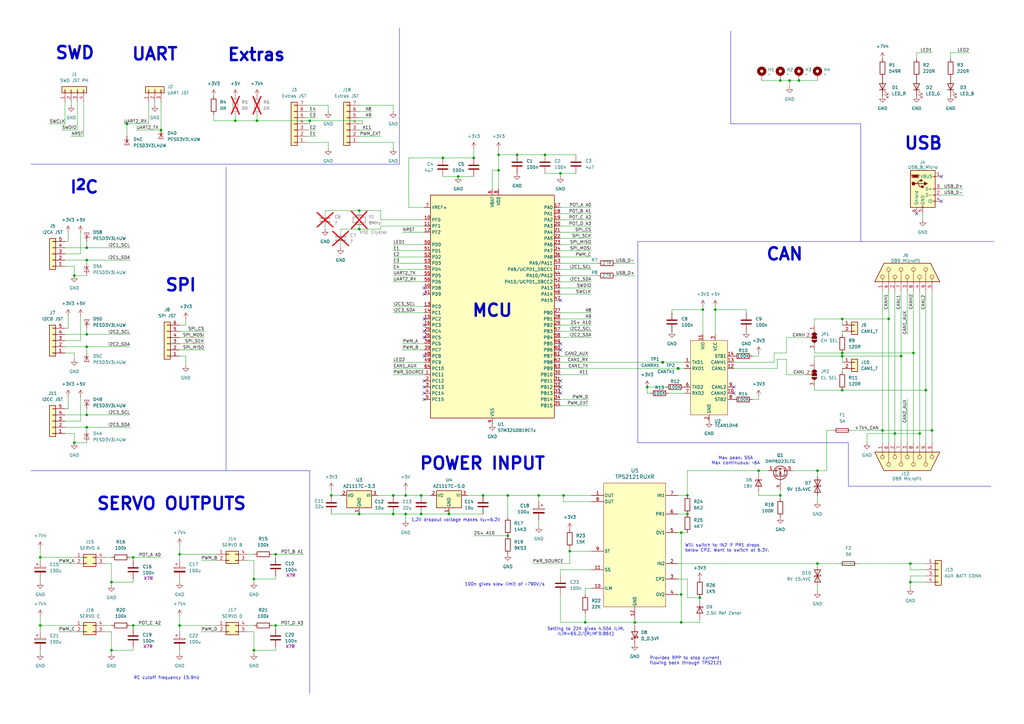
<source format=kicad_sch>
(kicad_sch (version 20250114) (generator "eeschema") (generator_version "9.0")
  (paper "A3")
  (title_block (title "Servo ECU Board") (date "2025-05-10") (rev "A") (company "Hybrid Test Stand") (comment 1 "Drawn: Brad Redpath") (comment 2 "Checked: "))
  (text "Extras" (at 105.156 22.606 0) (effects (font (size 5 5) (thickness 1) (bold yes))))
  (text "Max peak: 55A\nMax continuous: ~6A" (at 301.752 188.976 0) (effects (font (size 1.27 1.27))))
  (text "SPI" (at 74.168 117.094 0) (effects (font (size 5 5) (thickness 1) (bold yes))))
  (text "MCU" (at 201.93 127.508 0) (effects (font (size 5 5) (thickness 1) (bold yes))))
  (text "CAN" (at 321.818 104.394 0) (effects (font (size 5 5) (thickness 1) (bold yes))))
  (text "Will switch to IN2 if PR1 drops\nbelow CP2. Want to switch at 6.3V." (at 280.924 224.79 0) (effects (font (size 1.27 1.27)) (justify left)))
  (text "RC cutoff frequency 15.9Hz" (at 68.326 278.13 0) (effects (font (size 1.27 1.27))))
  (text "POWER INPUT" (at 197.866 190.246 0) (effects (font (size 5 5) (thickness 1) (bold yes))))
  (text "UART" (at 63.5 22.352 0) (effects (font (size 5 5) (thickness 1) (bold yes))))
  (text "I^{2}C" (at 34.544 76.962 0) (effects (font (size 5 5) (thickness 1) (bold yes))))
  (text "SERVO OUTPUTS" (at 70.358 206.756 0) (effects (font (size 5 5) (thickness 1) (bold yes))))
  (text "100n gives slew limit of ~790V/s" (at 207.01 239.776 0) (effects (font (size 1.27 1.27))))
  (text "Setting to 22K gives 4.55A ILIM.\nILIM=65.2/(RLIM^0.861)" (at 240.284 259.08 0) (effects (font (size 1.27 1.27))))
  (text "1.2V dropout voltage makes V_{cr}=6.2V" (at 186.944 213.36 0) (effects (font (size 1.27 1.27))))
  (text "USB" (at 378.714 58.928 0) (effects (font (size 5 5) (thickness 1) (bold yes))))
  (text "Provides RPP to stop current \nflowing back through TPS2121" (at 266.446 271.018 0) (effects (font (size 1.27 1.27)) (justify left)))
  (text "SWD" (at 30.734 21.844 0) (effects (font (size 5 5) (thickness 1) (bold yes))))
  (junction (at 279.4 255.27))
  (junction (at 278.13 151.13))
  (junction (at 233.68 226.06))
  (junction (at 161.29 210.82))
  (junction (at 379.73 160.02))
  (junction (at 240.03 255.27))
  (junction (at 361.95 176.53))
  (junction (at 104.14 237.49))
  (junction (at 345.44 144.78))
  (junction (at 281.94 210.82))
  (junction (at 194.31 64.77))
  (junction (at 66.04 53.34))
  (junction (at 279.4 218.44))
  (junction (at 52.07 50.8))
  (junction (at 161.29 203.2))
  (junction (at 208.28 219.71))
  (junction (at 367.03 177.8))
  (junction (at 172.72 203.2))
  (junction (at 373.38 231.14))
  (junction (at 184.15 210.82))
  (junction (at 271.78 148.59))
  (junction (at 147.32 86.36))
  (junction (at 327.66 33.02))
  (junction (at 45.72 238.76))
  (junction (at 35.56 170.18))
  (junction (at 73.66 256.54))
  (junction (at 377.19 177.8))
  (junction (at 204.47 63.5))
  (junction (at 279.4 243.84))
  (junction (at 35.56 175.26))
  (junction (at 373.38 238.76))
  (junction (at 30.48 113.03))
  (junction (at 198.12 203.2))
  (junction (at 147.32 93.98))
  (junction (at 293.37 127))
  (junction (at 166.37 203.2))
  (junction (at 311.15 193.04))
  (junction (at 187.96 72.39))
  (junction (at 113.03 227.33))
  (junction (at 364.49 130.81))
  (junction (at 54.61 228.6))
  (junction (at 382.27 176.53))
  (junction (at 335.28 231.14))
  (junction (at 135.89 203.2))
  (junction (at 208.28 203.2))
  (junction (at 229.87 71.12))
  (junction (at 345.44 130.81))
  (junction (at 127 49.53))
  (junction (at 345.44 146.05))
  (junction (at 54.61 256.54))
  (junction (at 166.37 210.82))
  (junction (at 212.09 63.5))
  (junction (at 35.56 142.24))
  (junction (at 104.14 266.7))
  (junction (at 374.65 144.78))
  (junction (at 73.66 227.33))
  (junction (at 369.57 146.05))
  (junction (at 323.85 33.02))
  (junction (at 320.04 33.02))
  (junction (at 220.98 203.2))
  (junction (at 335.28 193.04))
  (junction (at 35.56 101.6))
  (junction (at 181.61 64.77))
  (junction (at 96.52 49.53))
  (junction (at 105.41 49.53))
  (junction (at 147.32 210.82))
  (junction (at 113.03 256.54))
  (junction (at 223.52 63.5))
  (junction (at 45.72 266.7))
  (junction (at 35.56 137.16))
  (junction (at 287.02 245.11))
  (junction (at 231.14 203.2))
  (junction (at 16.51 256.54))
  (junction (at 35.56 106.68))
  (junction (at 204.47 69.85))
  (junction (at 16.51 228.6))
  (junction (at 172.72 210.82))
  (junction (at 288.29 127))
  (junction (at 281.94 203.2))
  (junction (at 30.48 181.61))
  (junction (at 260.35 255.27))
  (junction (at 345.44 160.02))
  (junction (at 320.04 203.2))
  (junction (at 265.43 158.75))
  (no_connect (at 229.87 123.19))
  (no_connect (at 229.87 161.29))
  (no_connect (at 229.87 143.51))
  (no_connect (at 173.99 120.65))
  (no_connect (at 173.99 135.89))
  (no_connect (at 173.99 156.21))
  (no_connect (at 229.87 156.21))
  (no_connect (at 173.99 133.35))
  (no_connect (at 173.99 130.81))
  (no_connect (at 386.08 82.55))
  (no_connect (at 173.99 158.75))
  (no_connect (at 173.99 146.05))
  (no_connect (at 386.08 72.39))
  (no_connect (at 375.92 87.63))
  (no_connect (at 173.99 138.43))
  (no_connect (at 300.99 161.29))
  (no_connect (at 229.87 158.75))
  (no_connect (at 300.99 158.75))
  (no_connect (at 229.87 140.97))
  (no_connect (at 173.99 161.29))
  (no_connect (at 173.99 163.83))
  (no_connect (at 173.99 118.11))
  (wire (pts (xy 311.15 203.2) (xy 320.04 203.2)))
  (wire (pts (xy 231.14 203.2) (xy 231.14 205.74)))
  (wire (pts (xy 88.9 259.08) (xy 82.55 259.08)))
  (wire (pts (xy 161.29 210.82) (xy 147.32 210.82)))
  (polyline (pts (xy 12.7 193.04) (xy 92.71 193.04)))
  (wire (pts (xy 334.01 146.05) (xy 345.44 146.05)))
  (wire (pts (xy 113.03 257.81) (xy 113.03 256.54)))
  (wire (pts (xy 281.94 193.04) (xy 281.94 203.2)))
  (polyline (pts (xy 347.98 181.61) (xy 347.98 199.39)))
  (wire (pts (xy 134.62 58.42) (xy 125.73 58.42)))
  (wire (pts (xy 382.27 119.38) (xy 382.27 176.53)))
  (polyline (pts (xy 261.62 99.06) (xy 261.62 181.61)))
  (wire (pts (xy 364.49 130.81) (xy 364.49 181.61)))
  (wire (pts (xy 194.31 60.96) (xy 194.31 64.77)))
  (wire (pts (xy 311.15 201.93) (xy 311.15 203.2)))
  (wire (pts (xy 125.73 53.34) (xy 129.54 53.34)))
  (wire (pts (xy 127 50.8) (xy 125.73 50.8)))
  (wire (pts (xy 148.59 49.53) (xy 148.59 50.8)))
  (wire (pts (xy 167.64 64.77) (xy 167.64 85.09)))
  (wire (pts (xy 161.29 58.42) (xy 161.29 60.96)))
  (wire (pts (xy 204.47 60.96) (xy 204.47 63.5)))
  (wire (pts (xy 229.87 71.12) (xy 229.87 72.39)))
  (wire (pts (xy 278.13 237.49) (xy 281.94 237.49)))
  (wire (pts (xy 229.87 87.63) (xy 242.57 87.63)))
  (wire (pts (xy 45.72 267.97) (xy 45.72 266.7)))
  (polyline (pts (xy 92.71 68.58) (xy 92.71 193.04)))
  (wire (pts (xy 320.04 200.66) (xy 320.04 203.2)))
  (wire (pts (xy 96.52 46.99) (xy 96.52 49.53)))
  (wire (pts (xy 147.32 55.88) (xy 156.21 55.88)))
  (wire (pts (xy 334.01 144.78) (xy 345.44 144.78)))
  (wire (pts (xy 30.48 181.61) (xy 35.56 181.61)))
  (wire (pts (xy 293.37 125.73) (xy 293.37 127)))
  (wire (pts (xy 280.67 151.13) (xy 278.13 151.13)))
  (wire (pts (xy 242.57 233.68) (xy 229.87 233.68)))
  (wire (pts (xy 104.14 238.76) (xy 104.14 237.49)))
  (wire (pts (xy 345.44 144.78) (xy 374.65 144.78)))
  (wire (pts (xy 260.35 256.54) (xy 260.35 255.27)))
  (wire (pts (xy 125.73 48.26) (xy 129.54 48.26)))
  (wire (pts (xy 30.48 113.03) (xy 35.56 113.03)))
  (wire (pts (xy 229.87 110.49) (xy 242.57 110.49)))
  (wire (pts (xy 73.66 256.54) (xy 73.66 259.08)))
  (wire (pts (xy 101.6 259.08) (xy 104.14 259.08)))
  (wire (pts (xy 104.14 267.97) (xy 104.14 266.7)))
  (wire (pts (xy 229.87 105.41) (xy 242.57 105.41)))
  (wire (pts (xy 161.29 125.73) (xy 173.99 125.73)))
  (wire (pts (xy 35.56 106.68) (xy 53.34 106.68)))
  (wire (pts (xy 375.92 24.13) (xy 375.92 21.59)))
  (wire (pts (xy 229.87 233.68) (xy 229.87 236.22)))
  (wire (pts (xy 279.4 243.84) (xy 279.4 255.27)))
  (wire (pts (xy 233.68 226.06) (xy 233.68 224.79)))
  (wire (pts (xy 339.09 176.53) (xy 339.09 193.04)))
  (wire (pts (xy 377.19 177.8) (xy 377.19 181.61)))
  (wire (pts (xy 274.32 161.29) (xy 280.67 161.29)))
  (wire (pts (xy 260.35 255.27) (xy 260.35 254)))
  (wire (pts (xy 166.37 200.66) (xy 166.37 203.2)))
  (wire (pts (xy 55.88 53.34) (xy 66.04 53.34)))
  (wire (pts (xy 320.04 33.02) (xy 323.85 33.02)))
  (wire (pts (xy 105.41 46.99) (xy 105.41 49.53)))
  (wire (pts (xy 229.87 95.25) (xy 242.57 95.25)))
  (wire (pts (xy 73.66 140.97) (xy 83.82 140.97)))
  (polyline (pts (xy 299.72 12.7) (xy 299.72 50.8)))
  (wire (pts (xy 194.31 219.71) (xy 208.28 219.71)))
  (wire (pts (xy 63.5 43.18) (xy 63.5 41.91)))
  (wire (pts (xy 30.48 109.22) (xy 30.48 113.03)))
  (wire (pts (xy 223.52 63.5) (xy 236.22 63.5)))
  (wire (pts (xy 73.66 227.33) (xy 73.66 229.87)))
  (wire (pts (xy 161.29 148.59) (xy 173.99 148.59)))
  (wire (pts (xy 367.03 119.38) (xy 367.03 177.8)))
  (wire (pts (xy 229.87 146.05) (xy 241.3 146.05)))
  (wire (pts (xy 147.32 45.72) (xy 152.4 45.72)))
  (wire (pts (xy 101.6 229.87) (xy 104.14 229.87)))
  (wire (pts (xy 361.95 176.53) (xy 361.95 181.61)))
  (wire (pts (xy 279.4 218.44) (xy 281.94 218.44)))
  (wire (pts (xy 26.67 106.68) (xy 35.56 106.68)))
  (wire (pts (xy 53.34 228.6) (xy 54.61 228.6)))
  (wire (pts (xy 335.28 232.41) (xy 335.28 231.14)))
  (wire (pts (xy 386.08 80.01) (xy 394.97 80.01)))
  (wire (pts (xy 73.66 146.05) (xy 76.2 146.05)))
  (wire (pts (xy 173.99 90.17) (xy 156.21 90.17)))
  (wire (pts (xy 318.77 147.32) (xy 318.77 151.13)))
  (wire (pts (xy 229.87 243.84) (xy 229.87 255.27)))
  (wire (pts (xy 287.02 246.38) (xy 287.02 245.11)))
  (wire (pts (xy 176.53 203.2) (xy 172.72 203.2)))
  (wire (pts (xy 76.2 133.35) (xy 73.66 133.35)))
  (wire (pts (xy 373.38 236.22) (xy 373.38 238.76)))
  (wire (pts (xy 229.87 166.37) (xy 241.3 166.37)))
  (wire (pts (xy 322.58 144.78) (xy 322.58 138.43)))
  (wire (pts (xy 281.94 245.11) (xy 287.02 245.11)))
  (wire (pts (xy 323.85 33.02) (xy 327.66 33.02)))
  (polyline (pts (xy 163.83 11.43) (xy 163.83 67.31)))
  (wire (pts (xy 201.93 77.47) (xy 201.93 69.85)))
  (wire (pts (xy 45.72 231.14) (xy 45.72 238.76)))
  (wire (pts (xy 113.03 227.33) (xy 124.46 227.33)))
  (wire (pts (xy 194.31 64.77) (xy 181.61 64.77)))
  (wire (pts (xy 386.08 77.47) (xy 394.97 77.47)))
  (wire (pts (xy 345.44 130.81) (xy 364.49 130.81)))
  (wire (pts (xy 279.4 255.27) (xy 287.02 255.27)))
  (wire (pts (xy 369.57 146.05) (xy 369.57 181.61)))
  (wire (pts (xy 27.94 129.54) (xy 27.94 134.62)))
  (wire (pts (xy 127 49.53) (xy 148.59 49.53)))
  (wire (pts (xy 312.42 33.02) (xy 320.04 33.02)))
  (wire (pts (xy 229.87 130.81) (xy 242.57 130.81)))
  (wire (pts (xy 293.37 127) (xy 293.37 137.16)))
  (wire (pts (xy 349.25 176.53) (xy 361.95 176.53)))
  (wire (pts (xy 229.87 115.57) (xy 242.57 115.57)))
  (wire (pts (xy 26.67 144.78) (xy 30.48 144.78)))
  (wire (pts (xy 181.61 64.77) (xy 167.64 64.77)))
  (polyline (pts (xy 353.06 99.06) (xy 261.62 99.06)))
  (wire (pts (xy 166.37 210.82) (xy 161.29 210.82)))
  (wire (pts (xy 278.13 203.2) (xy 281.94 203.2)))
  (wire (pts (xy 364.49 119.38) (xy 364.49 130.81)))
  (wire (pts (xy 111.76 227.33) (xy 113.03 227.33)))
  (wire (pts (xy 111.76 256.54) (xy 113.03 256.54)))
  (wire (pts (xy 165.1 95.25) (xy 173.99 95.25)))
  (wire (pts (xy 278.13 243.84) (xy 279.4 243.84)))
  (wire (pts (xy 134.62 43.18) (xy 125.73 43.18)))
  (wire (pts (xy 87.63 46.99) (xy 87.63 49.53)))
  (wire (pts (xy 389.89 21.59) (xy 397.51 21.59)))
  (wire (pts (xy 147.32 50.8) (xy 148.59 50.8)))
  (wire (pts (xy 53.34 256.54) (xy 54.61 256.54)))
  (wire (pts (xy 161.29 153.67) (xy 173.99 153.67)))
  (wire (pts (xy 293.37 127) (xy 306.07 127)))
  (wire (pts (xy 26.67 134.62) (xy 27.94 134.62)))
  (wire (pts (xy 35.56 106.68) (xy 35.56 107.95)))
  (polyline (pts (xy 347.98 199.39) (xy 406.4 199.39)))
  (wire (pts (xy 322.58 147.32) (xy 322.58 153.67)))
  (wire (pts (xy 212.09 63.5) (xy 223.52 63.5)))
  (wire (pts (xy 322.58 153.67) (xy 330.2 153.67)))
  (wire (pts (xy 26.67 99.06) (xy 27.94 99.06)))
  (wire (pts (xy 25.4 53.34) (xy 31.75 53.34)))
  (wire (pts (xy 220.98 203.2) (xy 220.98 205.74)))
  (wire (pts (xy 52.07 50.8) (xy 60.96 50.8)))
  (wire (pts (xy 345.44 146.05) (xy 369.57 146.05)))
  (wire (pts (xy 76.2 130.81) (xy 76.2 133.35)))
  (wire (pts (xy 229.87 85.09) (xy 242.57 85.09)))
  (wire (pts (xy 306.07 127) (xy 306.07 128.27)))
  (wire (pts (xy 73.66 138.43) (xy 83.82 138.43)))
  (wire (pts (xy 30.48 231.14) (xy 24.13 231.14)))
  (wire (pts (xy 43.18 259.08) (xy 45.72 259.08)))
  (wire (pts (xy 35.56 101.6) (xy 53.34 101.6)))
  (wire (pts (xy 379.73 236.22) (xy 373.38 236.22)))
  (polyline (pts (xy 353.06 50.8) (xy 353.06 99.06)))
  (wire (pts (xy 275.59 128.27) (xy 275.59 127)))
  (wire (pts (xy 322.58 138.43) (xy 330.2 138.43)))
  (wire (pts (xy 201.93 69.85) (xy 204.47 69.85)))
  (wire (pts (xy 30.48 259.08) (xy 24.13 259.08)))
  (wire (pts (xy 26.67 41.91) (xy 26.67 50.8)))
  (wire (pts (xy 105.41 49.53) (xy 127 49.53)))
  (wire (pts (xy 317.5 144.78) (xy 322.58 144.78)))
  (wire (pts (xy 220.98 203.2) (xy 208.28 203.2)))
  (wire (pts (xy 104.14 229.87) (xy 104.14 237.49)))
  (wire (pts (xy 198.12 210.82) (xy 184.15 210.82)))
  (wire (pts (xy 229.87 90.17) (xy 242.57 90.17)))
  (wire (pts (xy 147.32 210.82) (xy 135.89 210.82)))
  (wire (pts (xy 327.66 33.02) (xy 335.28 33.02)))
  (wire (pts (xy 229.87 135.89) (xy 242.57 135.89)))
  (wire (pts (xy 33.02 172.72) (xy 26.67 172.72)))
  (wire (pts (xy 252.73 107.95) (xy 260.35 107.95)))
  (wire (pts (xy 275.59 127) (xy 288.29 127)))
  (wire (pts (xy 50.8 50.8) (xy 52.07 50.8)))
  (wire (pts (xy 334.01 143.51) (xy 334.01 144.78)))
  (wire (pts (xy 52.07 50.8) (xy 52.07 55.88)))
  (wire (pts (xy 229.87 100.33) (xy 242.57 100.33)))
  (wire (pts (xy 161.29 43.18) (xy 161.29 45.72)))
  (wire (pts (xy 373.38 233.68) (xy 373.38 231.14)))
  (wire (pts (xy 54.61 228.6) (xy 66.04 228.6)))
  (wire (pts (xy 54.61 256.54) (xy 66.04 256.54)))
  (wire (pts (xy 240.03 241.3) (xy 242.57 241.3)))
  (wire (pts (xy 265.43 158.75) (xy 265.43 161.29)))
  (wire (pts (xy 161.29 105.41) (xy 173.99 105.41)))
  (wire (pts (xy 318.77 151.13) (xy 300.99 151.13)))
  (wire (pts (xy 33.02 129.54) (xy 33.02 139.7)))
  (wire (pts (xy 240.03 255.27) (xy 260.35 255.27)))
  (wire (pts (xy 382.27 176.53) (xy 382.27 181.61)))
  (wire (pts (xy 233.68 231.14) (xy 233.68 226.06)))
  (wire (pts (xy 54.61 238.76) (xy 45.72 238.76)))
  (wire (pts (xy 88.9 256.54) (xy 73.66 256.54)))
  (wire (pts (xy 16.51 256.54) (xy 16.51 259.08)))
  (wire (pts (xy 29.21 43.18) (xy 29.21 41.91)))
  (wire (pts (xy 334.01 133.35) (xy 334.01 130.81)))
  (wire (pts (xy 335.28 193.04) (xy 339.09 193.04)))
  (wire (pts (xy 156.21 92.71) (xy 173.99 92.71)))
  (wire (pts (xy 16.51 224.79) (xy 16.51 228.6)))
  (wire (pts (xy 379.73 160.02) (xy 379.73 181.61)))
  (wire (pts (xy 320.04 203.2) (xy 320.04 204.47)))
  (wire (pts (xy 35.56 137.16) (xy 53.34 137.16)))
  (wire (pts (xy 339.09 176.53) (xy 341.63 176.53)))
  (wire (pts (xy 35.56 142.24) (xy 53.34 142.24)))
  (wire (pts (xy 33.02 95.25) (xy 33.02 104.14)))
  (wire (pts (xy 147.32 43.18) (xy 161.29 43.18)))
  (polyline (pts (xy 299.72 50.8) (xy 353.06 50.8)))
  (wire (pts (xy 287.02 254) (xy 287.02 255.27)))
  (polyline (pts (xy 127 193.04) (xy 127 284.48)))
  (wire (pts (xy 369.57 119.38) (xy 369.57 146.05)))
  (wire (pts (xy 73.66 143.51) (xy 83.82 143.51)))
  (wire (pts (xy 335.28 205.74) (xy 335.28 203.2)))
  (wire (pts (xy 104.14 259.08) (xy 104.14 266.7)))
  (wire (pts (xy 334.01 160.02) (xy 345.44 160.02)))
  (wire (pts (xy 279.4 218.44) (xy 278.13 218.44)))
  (wire (pts (xy 88.9 229.87) (xy 82.55 229.87)))
  (wire (pts (xy 379.73 119.38) (xy 379.73 160.02)))
  (wire (pts (xy 220.98 203.2) (xy 231.14 203.2)))
  (polyline (pts (xy 92.71 193.04) (xy 127 193.04)))
  (wire (pts (xy 147.32 58.42) (xy 161.29 58.42)))
  (wire (pts (xy 372.11 137.16) (xy 372.11 119.38)))
  (wire (pts (xy 378.46 90.17) (xy 378.46 87.63)))
  (wire (pts (xy 335.28 240.03) (xy 335.28 242.57)))
  (wire (pts (xy 43.18 231.14) (xy 45.72 231.14)))
  (wire (pts (xy 113.03 266.7) (xy 104.14 266.7)))
  (wire (pts (xy 218.44 231.14) (xy 233.68 231.14)))
  (wire (pts (xy 125.73 55.88) (xy 129.54 55.88)))
  (wire (pts (xy 16.51 229.87) (xy 16.51 228.6)))
  (wire (pts (xy 35.56 170.18) (xy 53.34 170.18)))
  (wire (pts (xy 161.29 102.87) (xy 173.99 102.87)))
  (wire (pts (xy 167.64 85.09) (xy 173.99 85.09)))
  (wire (pts (xy 273.05 158.75) (xy 265.43 158.75)))
  (wire (pts (xy 139.7 93.98) (xy 147.32 93.98)))
  (wire (pts (xy 26.67 137.16) (xy 35.56 137.16)))
  (wire (pts (xy 367.03 177.8) (xy 377.19 177.8)))
  (wire (pts (xy 389.89 24.13) (xy 389.89 21.59)))
  (wire (pts (xy 374.65 144.78) (xy 374.65 181.61)))
  (wire (pts (xy 54.61 229.87) (xy 54.61 228.6)))
  (wire (pts (xy 372.11 163.83) (xy 372.11 181.61)))
  (wire (pts (xy 113.03 265.43) (xy 113.03 266.7)))
  (wire (pts (xy 379.73 231.14) (xy 373.38 231.14)))
  (wire (pts (xy 33.02 139.7) (xy 26.67 139.7)))
  (wire (pts (xy 229.87 102.87) (xy 242.57 102.87)))
  (wire (pts (xy 198.12 203.2) (xy 191.77 203.2)))
  (wire (pts (xy 345.44 130.81) (xy 345.44 133.35)))
  (wire (pts (xy 16.51 238.76) (xy 16.51 237.49)))
  (wire (pts (xy 229.87 153.67) (xy 241.3 153.67)))
  (wire (pts (xy 26.67 177.8) (xy 30.48 177.8)))
  (wire (pts (xy 229.87 255.27) (xy 240.03 255.27)))
  (wire (pts (xy 66.04 41.91) (xy 66.04 53.34)))
  (wire (pts (xy 20.32 50.8) (xy 26.67 50.8)))
  (wire (pts (xy 16.51 252.73) (xy 16.51 256.54)))
  (wire (pts (xy 379.73 233.68) (xy 373.38 233.68)))
  (wire (pts (xy 229.87 163.83) (xy 241.3 163.83)))
  (wire (pts (xy 161.29 110.49) (xy 173.99 110.49)))
  (wire (pts (xy 43.18 228.6) (xy 45.72 228.6)))
  (wire (pts (xy 26.67 101.6) (xy 35.56 101.6)))
  (wire (pts (xy 373.38 238.76) (xy 373.38 241.3)))
  (wire (pts (xy 156.21 90.17) (xy 156.21 86.36)))
  (wire (pts (xy 323.85 33.02) (xy 323.85 35.56)))
  (wire (pts (xy 161.29 203.2) (xy 166.37 203.2)))
  (wire (pts (xy 204.47 63.5) (xy 204.47 69.85)))
  (wire (pts (xy 34.29 55.88) (xy 34.29 41.91)))
  (wire (pts (xy 204.47 69.85) (xy 204.47 77.47)))
  (wire (pts (xy 45.72 259.08) (xy 45.72 266.7)))
  (wire (pts (xy 96.52 49.53) (xy 105.41 49.53)))
  (wire (pts (xy 281.94 237.49) (xy 281.94 245.11)))
  (wire (pts (xy 161.29 100.33) (xy 173.99 100.33)))
  (polyline (pts (xy 353.06 99.06) (xy 407.67 99.06)))
  (wire (pts (xy 26.67 167.64) (xy 27.94 167.64)))
  (wire (pts (xy 229.87 120.65) (xy 242.57 120.65)))
  (wire (pts (xy 35.56 134.62) (xy 35.56 137.16)))
  (wire (pts (xy 229.87 118.11) (xy 242.57 118.11)))
  (polyline (pts (xy 261.62 181.61) (xy 347.98 181.61)))
  (wire (pts (xy 240.03 241.3) (xy 240.03 243.84)))
  (wire (pts (xy 73.66 135.89) (xy 83.82 135.89)))
  (wire (pts (xy 229.87 97.79) (xy 242.57 97.79)))
  (wire (pts (xy 229.87 71.12) (xy 236.22 71.12)))
  (wire (pts (xy 311.15 194.31) (xy 311.15 193.04)))
  (wire (pts (xy 133.35 86.36) (xy 147.32 86.36)))
  (wire (pts (xy 377.19 119.38) (xy 377.19 177.8)))
  (wire (pts (xy 30.48 144.78) (xy 30.48 147.32)))
  (wire (pts (xy 367.03 177.8) (xy 367.03 181.61)))
  (wire (pts (xy 334.01 148.59) (xy 334.01 146.05)))
  (wire (pts (xy 367.03 177.8) (xy 355.6 177.8)))
  (wire (pts (xy 229.87 133.35) (xy 242.57 133.35)))
  (wire (pts (xy 29.21 55.88) (xy 34.29 55.88)))
  (wire (pts (xy 345.44 151.13) (xy 345.44 152.4)))
  (wire (pts (xy 345.44 160.02) (xy 379.73 160.02)))
  (wire (pts (xy 233.68 226.06) (xy 242.57 226.06)))
  (wire (pts (xy 279.4 255.27) (xy 260.35 255.27)))
  (wire (pts (xy 54.61 265.43) (xy 54.61 266.7)))
  (wire (pts (xy 161.29 115.57) (xy 173.99 115.57)))
  (wire (pts (xy 311.15 144.78) (xy 311.15 146.05)))
  (wire (pts (xy 161.29 107.95) (xy 173.99 107.95)))
  (wire (pts (xy 318.77 147.32) (xy 322.58 147.32)))
  (wire (pts (xy 355.6 177.8) (xy 355.6 181.61)))
  (wire (pts (xy 134.62 60.96) (xy 134.62 58.42)))
  (wire (pts (xy 30.48 228.6) (xy 16.51 228.6)))
  (wire (pts (xy 147.32 93.98) (xy 156.21 93.98)))
  (wire (pts (xy 223.52 71.12) (xy 229.87 71.12)))
  (wire (pts (xy 147.32 53.34) (xy 152.4 53.34)))
  (wire (pts (xy 127 49.53) (xy 127 50.8)))
  (wire (pts (xy 26.67 142.24) (xy 35.56 142.24)))
  (wire (pts (xy 335.28 195.58) (xy 335.28 193.04)))
  (wire (pts (xy 240.03 251.46) (xy 240.03 255.27)))
  (wire (pts (xy 351.79 231.14) (xy 373.38 231.14)))
  (wire (pts (xy 156.21 86.36) (xy 147.32 86.36)))
  (wire (pts (xy 242.57 205.74) (xy 231.14 205.74)))
  (wire (pts (xy 27.94 162.56) (xy 27.94 167.64)))
  (wire (pts (xy 31.75 41.91) (xy 31.75 53.34)))
  (wire (pts (xy 229.87 107.95) (xy 245.11 107.95)))
  (wire (pts (xy 317.5 144.78) (xy 317.5 148.59)))
  (wire (pts (xy 60.96 41.91) (xy 60.96 50.8)))
  (wire (pts (xy 161.29 128.27) (xy 173.99 128.27)))
  (wire (pts (xy 229.87 151.13) (xy 278.13 151.13)))
  (wire (pts (xy 30.48 177.8) (xy 30.48 181.61)))
  (wire (pts (xy 375.92 21.59) (xy 382.27 21.59)))
  (wire (pts (xy 278.13 231.14) (xy 335.28 231.14)))
  (wire (pts (xy 73.66 223.52) (xy 73.66 227.33)))
  (wire (pts (xy 134.62 45.72) (xy 134.62 43.18)))
  (wire (pts (xy 125.73 45.72) (xy 129.54 45.72)))
  (wire (pts (xy 35.56 175.26) (xy 35.56 176.53)))
  (wire (pts (xy 30.48 256.54) (xy 16.51 256.54)))
  (wire (pts (xy 334.01 130.81) (xy 345.44 130.81)))
  (wire (pts (xy 279.4 218.44) (xy 279.4 243.84)))
  (wire (pts (xy 317.5 148.59) (xy 300.99 148.59)))
  (wire (pts (xy 54.61 257.81) (xy 54.61 256.54)))
  (wire (pts (xy 288.29 127) (xy 288.29 137.16)))
  (wire (pts (xy 335.28 231.14) (xy 344.17 231.14)))
  (wire (pts (xy 161.29 203.2) (xy 154.94 203.2)))
  (wire (pts (xy 165.1 140.97) (xy 173.99 140.97)))
  (wire (pts (xy 35.56 175.26) (xy 53.34 175.26)))
  (wire (pts (xy 345.44 135.89) (xy 345.44 137.16)))
  (wire (pts (xy 33.02 104.14) (xy 26.67 104.14)))
  (wire (pts (xy 161.29 151.13) (xy 173.99 151.13)))
  (wire (pts (xy 184.15 210.82) (xy 172.72 210.82)))
  (wire (pts (xy 172.72 210.82) (xy 166.37 210.82)))
  (wire (pts (xy 54.61 266.7) (xy 45.72 266.7)))
  (wire (pts (xy 26.67 175.26) (xy 35.56 175.26)))
  (wire (pts (xy 229.87 113.03) (xy 245.11 113.03)))
  (wire (pts (xy 308.61 163.83) (xy 311.15 163.83)))
  (wire (pts (xy 187.96 72.39) (xy 181.61 72.39)))
  (wire (pts (xy 345.44 146.05) (xy 345.44 148.59)))
  (wire (pts (xy 43.18 256.54) (xy 45.72 256.54)))
  (wire (pts (xy 308.61 146.05) (xy 311.15 146.05)))
  (wire (pts (xy 280.67 148.59) (xy 271.78 148.59)))
  (wire (pts (xy 113.03 236.22) (xy 113.03 237.49)))
  (wire (pts (xy 220.98 215.9) (xy 220.98 213.36)))
  (wire (pts (xy 208.28 203.2) (xy 208.28 212.09)))
  (wire (pts (xy 101.6 227.33) (xy 104.14 227.33)))
  (wire (pts (xy 361.95 119.38) (xy 361.95 176.53)))
  (wire (pts (xy 229.87 92.71) (xy 242.57 92.71)))
  (wire (pts (xy 16.51 267.97) (xy 16.51 266.7)))
  (wire (pts (xy 335.28 193.04) (xy 325.12 193.04)))
  (wire (pts (xy 288.29 125.73) (xy 288.29 127)))
  (polyline (pts (xy 12.7 67.31) (xy 163.83 67.31)))
  (wire (pts (xy 88.9 227.33) (xy 73.66 227.33)))
  (wire (pts (xy 161.29 113.03) (xy 173.99 113.03)))
  (wire (pts (xy 252.73 113.03) (xy 260.35 113.03)))
  (wire (pts (xy 156.21 93.98) (xy 156.21 92.71)))
  (wire (pts (xy 311.15 193.04) (xy 314.96 193.04)))
  (wire (pts (xy 265.43 161.29) (xy 266.7 161.29)))
  (wire (pts (xy 27.94 95.25) (xy 27.94 99.06)))
  (wire (pts (xy 35.56 142.24) (xy 35.56 144.78)))
  (wire (pts (xy 35.56 167.64) (xy 35.56 170.18)))
  (wire (pts (xy 73.66 252.73) (xy 73.66 256.54)))
  (wire (pts (xy 198.12 203.2) (xy 208.28 203.2)))
  (wire (pts (xy 73.66 238.76) (xy 73.66 237.49)))
  (wire (pts (xy 113.03 228.6) (xy 113.03 227.33)))
  (wire (pts (xy 165.1 143.51) (xy 173.99 143.51)))
  (wire (pts (xy 26.67 170.18) (xy 35.56 170.18)))
  (wire (pts (xy 231.14 203.2) (xy 242.57 203.2)))
  (wire (pts (xy 45.72 240.03) (xy 45.72 238.76)))
  (wire (pts (xy 166.37 213.36) (xy 166.37 210.82)))
  (wire (pts (xy 139.7 203.2) (xy 135.89 203.2)))
  (wire (pts (xy 113.03 237.49) (xy 104.14 237.49)))
  (wire (pts (xy 194.31 72.39) (xy 187.96 72.39)))
  (wire (pts (xy 334.01 158.75) (xy 334.01 160.02)))
  (wire (pts (xy 229.87 138.43) (xy 242.57 138.43)))
  (wire (pts (xy 229.87 148.59) (xy 271.78 148.59)))
  (wire (pts (xy 281.94 193.04) (xy 311.15 193.04)))
  (wire (pts (xy 113.03 256.54) (xy 124.46 256.54)))
  (wire (pts (xy 35.56 99.06) (xy 35.56 101.6)))
  (wire (pts (xy 204.47 63.5) (xy 212.09 63.5)))
  (wire (pts (xy 87.63 49.53) (xy 96.52 49.53)))
  (wire (pts (xy 147.32 48.26) (xy 152.4 48.26)))
  (wire (pts (xy 135.89 200.66) (xy 135.89 203.2)))
  (wire (pts (xy 374.65 119.38) (xy 374.65 144.78)))
  (wire (pts (xy 101.6 256.54) (xy 104.14 256.54)))
  (wire (pts (xy 311.15 163.83) (xy 311.15 162.56)))
  (wire (pts (xy 54.61 237.49) (xy 54.61 238.76)))
  (wire (pts (xy 361.95 176.53) (xy 382.27 176.53)))
  (wire (pts (xy 373.38 238.76) (xy 379.73 238.76)))
  (wire (pts (xy 33.02 162.56) (xy 33.02 172.72)))
  (wire (pts (xy 229.87 128.27) (xy 242.57 128.27)))
  (wire (pts (xy 166.37 203.2) (xy 172.72 203.2)))
  (wire (pts (xy 26.67 109.22) (xy 30.48 109.22)))
  (wire (pts (xy 76.2 146.05) (xy 76.2 149.86)))
  (wire (pts (xy 278.13 210.82) (xy 281.94 210.82)))
  (wire (pts (xy 73.66 267.97) (xy 73.66 266.7)))
  (label "I2C3_SDA" (at 53.34 175.26 180))
  (label "E1" (at 161.29 102.87 0))
  (label "I2C1_SDA" (at 242.57 115.57 180))
  (label "POT_D A3" (at 124.46 256.54 180))
  (label "PWR_SOURCE" (at 218.44 231.14 0))
  (label "CANH1" (at 364.49 127 90))
  (label "PWR_SOURCE" (at 161.29 153.67 0))
  (label "POT_B A1" (at 242.57 87.63 180))
  (label "A8" (at 242.57 128.27 180))
  (label "LED2" (at 161.29 148.59 0))
  (label "UART2_RX" (at 50.8 50.8 0))
  (label "CAN1_AUX" (at 161.29 151.13 0))
  (label "SPI_MOSI" (at 242.57 102.87 180))
  (label "CAN2_AUX" (at 372.11 163.83 270))
  (label "SWDIO" (at 25.4 53.34 0))
  (label "E2" (at 161.29 105.41 0))
  (label "PWM_A" (at 165.1 140.97 0))
  (label "SPI_MOSI" (at 83.82 138.43 180))
  (label "CAN1_TX" (at 241.3 151.13 180))
  (label "I2C2_SDA" (at 53.34 142.24 180))
  (label "CAN1_RX" (at 241.3 148.59 180))
  (label "SWCLK" (at 20.32 50.8 0))
  (label "I2C3_SDA" (at 161.29 128.27 0))
  (label "UART2_RX" (at 161.29 115.57 0))
  (label "E4" (at 129.54 45.72 180))
  (label "NRST" (at 29.21 55.88 0))
  (label "2S+ A10" (at 242.57 133.35 180))
  (label "NRST" (at 165.1 95.25 0))
  (label "SPI_MISO" (at 83.82 143.51 180))
  (label "PWM_D" (at 82.55 259.08 0))
  (label "E2" (at 129.54 53.34 180))
  (label "POT_B A1" (at 124.46 227.33 180))
  (label "E3" (at 129.54 48.26 180))
  (label "I2C1_SDA" (at 53.34 106.68 180))
  (label "USB_D-" (at 260.35 107.95 180))
  (label "PWM_D" (at 241.3 163.83 180))
  (label "CANL1" (at 369.57 127 90))
  (label "POT_A A0" (at 66.04 228.6 180))
  (label "LED2" (at 397.51 21.59 180))
  (label "I2C1_SCL" (at 53.34 101.6 180))
  (label "LED1" (at 161.29 100.33 0))
  (label "USB_D-" (at 394.97 80.01 180))
  (label "SWDIO" (at 242.57 118.11 180))
  (label "POT_D A3" (at 242.57 92.71 180))
  (label "2S+ A10" (at 194.31 219.71 0))
  (label "E3" (at 161.29 107.95 0))
  (label "I2C3_SCL" (at 53.34 170.18 180))
  (label "SPI_CS" (at 242.57 95.25 180))
  (label "CANL2" (at 379.73 127 90))
  (label "SPI_SCK" (at 242.57 97.79 180))
  (label "USB_D+" (at 260.35 113.03 180))
  (label "PWM_C" (at 24.13 259.08 0))
  (label "CAN2_AUX" (at 241.3 146.05 180))
  (label "PWM_EXT" (at 241.3 166.37 180))
  (label "E4" (at 161.29 110.49 0))
  (label "CANH" (at 330.2 138.43 180))
  (label "SPI_SCK" (at 83.82 140.97 180))
  (label "UART2_TX" (at 161.29 113.03 0))
  (label "UART2_TX" (at 55.88 53.34 0))
  (label "A9" (at 152.4 48.26 180))
  (label "I2C2_SCL" (at 242.57 135.89 180))
  (label "POT_C A2" (at 66.04 256.54 180))
  (label "PWM_B" (at 165.1 143.51 0))
  (label "I2C1_SCL" (at 242.57 110.49 180))
  (label "CANL" (at 330.2 153.67 180))
  (label "PWM_EXT" (at 156.21 55.88 180))
  (label "A9" (at 242.57 130.81 180))
  (label "A8" (at 152.4 45.72 180))
  (label "POT_A A0" (at 242.57 85.09 180))
  (label "POT_C A2" (at 242.57 90.17 180))
  (label "USB_D+" (at 394.97 77.47 180))
  (label "PWM_A" (at 24.13 231.14 0))
  (label "I2C2_SDA" (at 242.57 138.43 180))
  (label "A11" (at 152.4 53.34 180))
  (label "SPI_CS" (at 83.82 135.89 180))
  (label "SWCLK" (at 242.57 120.65 180))
  (label "A11" (at 241.3 153.67 180))
  (label "SPI_MISO" (at 242.57 100.33 180))
  (label "E1" (at 129.54 55.88 180))
  (label "+7V4_CAN" (at 350.52 176.53 0))
  (label "LED1" (at 382.27 21.59 180))
  (label "PWM_B" (at 82.55 229.87 0))
  (label "CANH2" (at 374.65 127 90))
  (label "I2C3_SCL" (at 161.29 125.73 0))
  (label "CAN1_AUX" (at 372.11 137.16 90))
  (label "PWM_C" (at 242.57 105.41 180))
  (label "I2C2_SCL" (at 53.34 137.16 180))
  (symbol (lib_id "Device:R") (at 304.8 146.05 90) (unit 1)
    (property "Reference" "R10" (at 304.8 143.764 90))
    (property "Value" "100K" (at 304.8 146.05 90))
    (property "Footprint" "Resistor_SMD:R_0603_1608Metric" (effects (hide yes)))
    (property "Description" "Resistor" (effects (hide yes)))
  )
  (symbol (lib_name "Crystal_1") (lib_id "Device:Crystal") (at 147.32 90.17 270) (unit 1) (in_bom no) (dnp yes)
    (property "Reference" "Y1" (at 151.13 88.8999 90) (effects (justify left)))
    (property "Value" "8MHz" (at 151.13 91.4399 90) (effects (justify left)))
    (property "Footprint" "Crystal:Crystal_SMD_Abracon_ABM8G-4Pin_3.2x2.5mm" (effects (hide yes)))
    (property "Description" "HSE Crystal" (at 153.162 95.25 90))
  )
  (symbol (lib_id "Connector_Generic:Conn_02x02_Counter_Clockwise") (at 93.98 256.54 0) (unit 1)
    (property "Reference" "J17" (at 95.25 250.19 0))
    (property "Value" "SERVO D" (at 95.25 252.73 0))
    (property "Footprint" "Connector_Molex:Molex_Micro-Fit_3.0_43045-0412_2x02_P3.00mm_Vertical" (effects (hide yes)))
    (property "Description" "https://www.molex.com/pdm_docs/sd/430450412_sd.pdf" (effects (hide yes)))
    (property "MPN" "0430450412" (effects (hide yes)))
  )
  (symbol (lib_id "Connector_Generic:Conn_01x03") (at 63.5 36.83 90) (unit 1)
    (property "Reference" "J2" (at 68.58 35.5599 90) (effects (justify right)))
    (property "Value" "UART JST" (at 68.58 38.0999 90) (effects (justify right)))
    (property "Footprint" "Connector_JST:JST_PH_B3B-PH-K_1x03_P2.00mm_Vertical" (effects (hide yes)))
    (property "Datasheet" "https://www.jst-mfg.com/product/pdf/eng/ePH.pdf" (effects (hide yes)))
    (property "Description" "Generic connector, single row, 01x03, script generated (kicad-library-utils/schlib/autogen/connector/)" (effects (hide yes)))
    (property "MPN" "B3B-PH-K-S" (effects (hide yes)))
  )
  (symbol (lib_id "Device:R") (at 276.86 158.75 90) (unit 1)
    (property "Reference" "R12" (at 276.86 156.464 90))
    (property "Value" "100K" (at 276.86 158.75 90))
    (property "Footprint" "Resistor_SMD:R_0603_1608Metric" (effects (hide yes)))
    (property "Description" "Resistor" (effects (hide yes)))
  )
  (symbol (lib_id "Device:LED") (at 389.89 35.56 90) (unit 1)
    (property "Reference" "D3" (at 393.7 35.8774 90) (effects (justify right)))
    (property "Value" "LED_B" (at 393.7 38.4174 90) (effects (justify right)))
    (property "Footprint" "LED_SMD:LED_1206_3216Metric" (effects (hide yes)))
    (property "Datasheet" "https://optoelectronics.liteon.com/upload/download/DS22-2000-026/LTST-C150TBKT(0630).pdf" (effects (hide yes)))
    (property "Description" "Light emitting diode" (effects (hide yes)))
    (property "MPN" "LTST-C150TBKT" (effects (hide yes)))
  )
  (symbol (lib_id "Device:R") (at 281.94 214.63 0) (unit 1)
    (property "Reference" "R25" (at 284.48 213.3599 0) (effects (justify left)))
    (property "Value" "4K7" (at 284.48 215.8999 0) (effects (justify left)))
    (property "Footprint" "Resistor_SMD:R_0603_1608Metric" (effects (hide yes)))
    (property "Description" "Resistor" (effects (hide yes)))
  )
  (symbol (lib_id "Mechanical:MountingHole_Pad") (at 335.28 30.48 0) (unit 1) (exclude_from_sim yes) (in_bom no)
    (property "Reference" "H4" (at 337.82 28.5749 0) (effects (justify left)))
    (property "Value" "~" (at 337.82 30.48 0) (effects (justify left)))
    (property "Footprint" "MountingHole:MountingHole_3.2mm_M3_DIN965_Pad_TopOnly" (effects (hide yes)))
    (property "Description" "Mounting Hole with connection" (effects (hide yes)))
  )
  (symbol (lib_id "Transistor_FET:DMP3013SFV") (at 320.04 195.58 270) (mirror x) (unit 1)
    (property "Reference" "Q1" (at 320.04 186.69 90))
    (property "Value" "DMP6023LFG" (at 320.04 189.23 90))
    (property "Footprint" "Package_SON:Diodes_PowerDI3333-8" (effects (hide yes)))
    (property "Datasheet" "https://www.diodes.com/assets/Datasheets/DMP6023LFG.pdf" (effects (hide yes)))
    (property "Description" "-7.7A Id, -60V Vds, P-Channel Power MOSFET, 25mOhm Ron, PowerDI3333-8" (effects (hide yes)))
    (property "MPN" "DMP6023LFG-7" (effects (hide yes)))
  )
  (symbol (lib_id "Device:C") (at 54.61 233.68 0) (unit 1)
    (property "Reference" "C16" (at 58.42 232.4099 0) (effects (justify left)))
    (property "Value" "100n" (at 58.42 234.9499 0) (effects (justify left)))
    (property "Footprint" "Capacitor_SMD:C_0603_1608Metric" (effects (hide yes)))
    (property "Description" "X7R" (at 58.928 237.236 0) (effects (justify left)))
  )
  (symbol (lib_id "Device:R") (at 304.8 163.83 90) (unit 1)
    (property "Reference" "R14" (at 304.8 161.544 90))
    (property "Value" "100K" (at 304.8 163.83 90))
    (property "Footprint" "Resistor_SMD:R_0603_1608Metric" (effects (hide yes)))
    (property "Description" "Resistor" (effects (hide yes)))
  )
  (symbol (lib_id "Device:C_Polarized") (at 73.66 262.89 0) (unit 1)
    (property "Reference" "C22" (at 77.47 260.7309 0) (effects (justify left)))
    (property "Value" "100u" (at 77.47 263.2709 0) (effects (justify left)))
    (property "Footprint" "Capacitor_SMD:CP_Elec_6.3x5.9" (effects (hide yes)))
    (property "Datasheet" "https://aishi.us/files/VZ.pdf" (effects (hide yes)))
    (property "Description" "16V 20% ALUM POLY" (effects (hide yes)))
    (property "MPN" "SVZ1CM101E06E00RAXXX" (effects (hide yes)))
  )
  (symbol (lib_id "Jumper:SolderJumper_3_Bridged12") (at 334.01 138.43 270) (unit 1) (in_bom no)
    (property "Reference" "JP1" (at 336.55 137.1599 90) (effects (justify left)))
    (property "Value" "CH SEL" (at 336.55 139.6999 90) (effects (justify left)))
    (property "Footprint" "Jumper:SolderJumper-3_P1.3mm_Bridged12_RoundedPad1.0x1.5mm" (effects (hide yes)))
    (property "Description" "3-pole Solder Jumper, pins 1+2 closed/bridged" (effects (hide yes)))
  )
  (symbol (lib_id "power:+3V3") (at 16.51 252.73 0) (mirror y) (unit 1)
    (property "Reference" "#PWR056" (effects (hide yes)))
    (property "Value" "+7V4" (at 16.51 247.65 0))
    (property "Description" "Power symbol creates a global label with name \"+7V4\"" (effects (hide yes)))
  )
  (symbol (lib_id "Device:C") (at 181.61 68.58 0) (mirror y) (unit 1)
    (property "Reference" "C4" (at 177.8 67.3099 0) (effects (justify left)))
    (property "Value" "4u7" (at 177.8 69.8499 0) (effects (justify left)))
    (property "Footprint" "Capacitor_SMD:C_0603_1608Metric" (effects (hide yes)))
    (property "Description" "Unpolarized capacitor" (effects (hide yes)))
  )
  (symbol (lib_id "power:+3V3") (at 204.47 60.96 0) (unit 1)
    (property "Reference" "#PWR014" (effects (hide yes)))
    (property "Value" "+3V3" (at 204.47 55.88 0))
    (property "Description" "Power symbol creates a global label with name \"+3V3\"" (effects (hide yes)))
  )
  (symbol (lib_id "power:GND") (at 76.2 149.86 0) (unit 1)
    (property "Reference" "#PWR032" (effects (hide yes)))
    (property "Value" "GND" (at 76.2 154.94 0))
    (property "Description" "Power symbol creates a global label with name \"GND\" , ground" (effects (hide yes)))
  )
  (symbol (lib_id "power:GND") (at 335.28 242.57 0) (mirror y) (unit 1)
    (property "Reference" "#PWR065" (effects (hide yes)))
    (property "Value" "GND" (at 335.28 247.65 0))
    (property "Description" "Power symbol creates a global label with name \"GND\" , ground" (effects (hide yes)))
  )
  (symbol (lib_id "Device:D_Schottky") (at 260.35 260.35 90) (unit 1)
    (property "Reference" "D8" (at 262.89 259.3974 90) (effects (justify right)))
    (property "Value" "D_0.5VF" (at 262.89 261.9374 90) (effects (justify right)))
    (property "Footprint" "Diode_SMD:D_SOD-523" (effects (hide yes)))
    (property "Datasheet" "https://www.onsemi.com/pdf/datasheet/rb521s30t1-d.pdf" (effects (hide yes)))
    (property "Description" "Schottky diode" (effects (hide yes)))
    (property "MPN" "RB521S30T5G" (effects (hide yes)))
  )
  (symbol (lib_id "power:+3V3") (at 288.29 125.73 0) (unit 1)
    (property "Reference" "#PWR027" (effects (hide yes)))
    (property "Value" "+3V3" (at 288.29 120.65 0))
    (property "Description" "Power symbol creates a global label with name \"+3V3\"" (effects (hide yes)))
  )
  (symbol (lib_id "Regulator_Linear:AZ1117-5.0") (at 184.15 203.2 0) (mirror y) (unit 1)
    (property "Reference" "U4" (at 184.15 196.85 0))
    (property "Value" "AZ1117C-5.0" (at 184.15 199.39 0))
    (property "Footprint" "Package_TO_SOT_SMD:SOT-223-3_TabPin2" (effects (hide yes)))
    (property "Datasheet" "https://www.diodes.com/assets/Datasheets/AZ1117C.pdf" (effects (hide yes)))
    (property "Description" "1A 20V Fixed LDO Linear Regulator, 5.0V, SOT-89/SOT-223/TO-220/TO-252/TO-263" (effects (hide yes)))
    (property "MPN" "AZ1117CH-5.0TRG1" (effects (hide yes)))
  )
  (symbol (lib_id "power:GND") (at 355.6 181.61 0) (unit 1)
    (property "Reference" "#PWR041" (effects (hide yes)))
    (property "Value" "GND" (at 355.6 186.69 0))
    (property "Description" "Power symbol creates a global label with name \"GND\" , ground" (effects (hide yes)))
  )
  (symbol (lib_id "Power_Protection:PESD3V3L4UW") (at 52.07 58.42 270) (unit 3)
    (property "Reference" "D4" (at 54.61 57.1499 90) (effects (justify left)))
    (property "Value" "PESD3V3L4UW" (at 54.61 59.6899 90) (effects (justify left)))
    (property "Footprint" "Package_TO_SOT_SMD:SOT-665" (effects (hide yes)))
    (property "Datasheet" "https://assets.nexperia.com/documents/data-sheet/PESDXL4UF_G_W.pdf" (effects (hide yes)))
    (property "Description" "Low capacitance unidirectional quadruple ESD protection diode array, 3.3V, Common Anode, SOT-665" (effects (hide yes)))
  )
  (symbol (lib_id "power:GND") (at 134.62 60.96 0) (unit 1)
    (property "Reference" "#PWR012" (effects (hide yes)))
    (property "Value" "GND" (at 134.62 66.04 0))
    (property "Description" "Power symbol creates a global label with name \"GND\" , ground" (effects (hide yes)))
  )
  (symbol (lib_id "Connector:DE9_Socket") (at 372.11 111.76 90) (unit 1)
    (property "Reference" "J6" (at 372.618 104.648 90) (effects (justify left)))
    (property "Value" "DB9 Microfit" (at 377.444 106.934 90) (effects (justify left)))
    (property "Footprint" "Connector_Molex:Molex_Micro-Fit_3.0_43045-1012_2x05_P3.00mm_Vertical" (effects (hide yes)))
    (property "Datasheet" "https://www.molex.com/en-us/products/part-detail/430451027?display=pdf" (effects (hide yes)))
    (property "Description" "Molex Microfit to DB9" (effects (hide yes)))
    (property "MPN" "0430451027" (effects (hide yes)))
  )
  (symbol (lib_id "Device:C") (at 113.03 232.41 0) (unit 1)
    (property "Reference" "C10" (at 116.84 231.1399 0) (effects (justify left)))
    (property "Value" "100n" (at 116.84 233.6799 0) (effects (justify left)))
    (property "Footprint" "Capacitor_SMD:C_0603_1608Metric" (effects (hide yes)))
    (property "Description" "X7R" (at 117.348 235.966 0) (effects (justify left)))
  )
  (symbol (lib_id "Device:Fuse") (at 347.98 231.14 90) (unit 1)
    (property "Reference" "F2" (at 347.98 224.79 90))
    (property "Value" "5A" (at 347.98 227.33 90))
    (property "Footprint" "Fuse:Fuse_1206_3216Metric" (effects (hide yes)))
    (property "Description" "Fuse" (effects (hide yes)))
  )
  (symbol (lib_id "power:+5V") (at 33.02 95.25 0) (unit 1)
    (property "Reference" "#PWR020" (effects (hide yes)))
    (property "Value" "+5V" (at 33.02 90.17 0))
    (property "Description" "Power symbol creates a global label with name \"+5V\"" (effects (hide yes)))
  )
  (symbol (lib_id "Connector:TestPoint_Small") (at 271.78 148.59 0) (mirror y) (unit 1)
    (property "Reference" "TP1" (at 270.51 147.3199 0) (effects (justify left)))
    (property "Value" "CANRX1" (at 270.51 149.8599 0) (effects (justify left)))
    (property "Footprint" "TestPoint:TestPoint_Pad_1.5x1.5mm" (effects (hide yes)))
    (property "Description" "test point" (effects (hide yes)))
  )
  (symbol (lib_id "power:+5V") (at 96.52 39.37 0) (unit 1)
    (property "Reference" "#PWR07" (effects (hide yes)))
    (property "Value" "+5V" (at 96.52 34.29 0))
    (property "Description" "Power symbol creates a global label with name \"+5V\"" (effects (hide yes)))
  )
  (symbol (lib_id "power:GND") (at 63.5 43.18 0) (unit 1)
    (property "Reference" "#PWR010" (effects (hide yes)))
    (property "Value" "GND" (at 63.5 48.26 0))
    (property "Description" "Power symbol creates a global label with name \"GND\" , ground" (effects (hide yes)))
  )
  (symbol (lib_id "Connector_Generic:Conn_01x07") (at 120.65 50.8 180) (unit 1)
    (property "Reference" "J3" (at 120.65 36.83 0))
    (property "Value" "Extras JST" (at 120.65 39.37 0))
    (property "Footprint" "Connector_JST:JST_PH_B7B-PH-K_1x07_P2.00mm_Vertical" (effects (hide yes)))
    (property "Datasheet" "https://www.jst-mfg.com/product/pdf/eng/ePH.pdf" (effects (hide yes)))
    (property "Description" "Generic connector, single row, 01x07, script generated (kicad-library-utils/schlib/autogen/connector/)" (effects (hide yes)))
    (property "MPN" "B7B-PH-K-S" (effects (hide yes)))
  )
  (symbol (lib_id "power:GND") (at 320.04 212.09 0) (mirror y) (unit 1)
    (property "Reference" "#PWR055" (effects (hide yes)))
    (property "Value" "GND" (at 320.04 217.17 0))
    (property "Description" "Power symbol creates a global label with name \"GND\" , ground" (effects (hide yes)))
  )
  (symbol (lib_id "power:+3V3") (at 27.94 95.25 0) (unit 1)
    (property "Reference" "#PWR019" (effects (hide yes)))
    (property "Value" "+3V3" (at 27.94 90.17 0))
    (property "Description" "Power symbol creates a global label with name \"+3V3\"" (effects (hide yes)))
  )
  (symbol (lib_id "Device:R") (at 320.04 208.28 0) (mirror y) (unit 1)
    (property "Reference" "R18" (at 317.5 207.0099 0) (effects (justify left)))
    (property "Value" "100K" (at 317.5 209.5499 0) (effects (justify left)))
    (property "Footprint" "Resistor_SMD:R_0603_1608Metric" (effects (hide yes)))
    (property "Description" "Resistor" (effects (hide yes)))
  )
  (symbol (lib_id "power:GND") (at 73.66 238.76 0) (unit 1)
    (property "Reference" "#PWR049" (effects (hide yes)))
    (property "Value" "GND" (at 73.66 243.84 0))
    (property "Description" "Power symbol creates a global label with name \"GND\" , ground" (effects (hide yes)))
  )
  (symbol (lib_id "Connector_Generic:Conn_02x02_Counter_Clockwise") (at 35.56 256.54 0) (unit 1)
    (property "Reference" "J16" (at 36.83 250.19 0))
    (property "Value" "SERVO C" (at 36.83 252.73 0))
    (property "Footprint" "Connector_Molex:Molex_Micro-Fit_3.0_43045-0412_2x02_P3.00mm_Vertical" (effects (hide yes)))
    (property "Description" "https://www.molex.com/pdm_docs/sd/430450412_sd.pdf" (effects (hide yes)))
    (property "MPN" "0430450412" (effects (hide yes)))
  )
  (symbol (lib_id "Regulator_Linear:AZ1117-3.3") (at 147.32 203.2 0) (mirror y) (unit 1)
    (property "Reference" "U3" (at 147.32 196.85 0))
    (property "Value" "AZ1117C-3.3" (at 147.32 199.39 0))
    (property "Footprint" "Package_TO_SOT_SMD:SOT-223-3_TabPin2" (effects (hide yes)))
    (property "Datasheet" "https://www.diodes.com/assets/Datasheets/AZ1117C.pdf" (effects (hide yes)))
    (property "Description" "1A 20V Fixed LDO Linear Regulator, 3.3V, SOT-89/SOT-223/TO-220/TO-252/TO-263" (effects (hide yes)))
    (property "MPN" "AZ1117CH-3.3TRG1" (effects (hide yes)))
  )
  (symbol (lib_id "Device:R") (at 105.41 43.18 0) (unit 1) (in_bom no) (dnp yes)
    (property "Reference" "R6" (at 107.95 41.9099 0) (effects (justify left)))
    (property "Value" "0R" (at 107.95 44.4499 0) (effects (justify left)))
    (property "Footprint" "Resistor_SMD:R_0603_1608Metric" (effects (hide yes)))
    (property "Description" "Resistor" (effects (hide yes)))
  )
  (symbol (lib_id "Device:C_Polarized") (at 220.98 209.55 0) (mirror y) (unit 1)
    (property "Reference" "C18" (at 217.17 207.3909 0) (effects (justify left)))
    (property "Value" "100u" (at 217.17 209.9309 0) (effects (justify left)))
    (property "Footprint" "Capacitor_SMD:CP_Elec_8x10.5" (effects (hide yes)))
    (property "Datasheet" "https://search.kemet.com/download/datasheet/A768KS107M1HLAE030" (effects (hide yes)))
    (property "Description" "Polarized capacitor" (effects (hide yes)))
    (property "MPN" "A768KS107M1HLAE030" (effects (hide yes)))
  )
  (symbol (lib_id "Device:R") (at 96.52 43.18 0) (unit 1) (in_bom no) (dnp yes)
    (property "Reference" "R5" (at 99.06 41.9099 0) (effects (justify left)))
    (property "Value" "0R" (at 99.06 44.4499 0) (effects (justify left)))
    (property "Footprint" "Resistor_SMD:R_0603_1608Metric" (effects (hide yes)))
    (property "Description" "Resistor" (effects (hide yes)))
  )
  (symbol (lib_id "Device:LED") (at 375.92 35.56 90) (unit 1)
    (property "Reference" "D2" (at 379.73 35.8774 90) (effects (justify right)))
    (property "Value" "LED_G" (at 379.73 38.4174 90) (effects (justify right)))
    (property "Footprint" "LED_SMD:LED_1206_3216Metric" (effects (hide yes)))
    (property "Datasheet" "https://optoelectronics.liteon.com/upload/download/DS22-2000-072/LTST-C150KGKT.pdf" (effects (hide yes)))
    (property "Description" "Light emitting diode" (effects (hide yes)))
    (property "MPN" "LTST-C150KGKT" (effects (hide yes)))
  )
  (symbol (lib_id "Device:D_TVS") (at 335.28 236.22 270) (mirror x) (unit 1)
    (property "Reference" "D10" (at 332.74 234.9499 90) (effects (justify right)))
    (property "Value" "9V 15.4VC" (at 332.74 237.4899 90) (effects (justify right)))
    (property "Footprint" "Diode_SMD:D_SOD-123F" (effects (hide yes)))
    (property "Datasheet" "https://www.littelfuse.com/assetdocs/tvs-diodes-smf-datasheet?assetguid=7eb8a5b6-bdd0-4561-8f19-0c3cc6f9b2af" (effects (hide yes)))
    (property "Description" "Bidirectional transient-voltage-suppression diode" (effects (hide yes)))
    (property "MPN" "SMF9.0CA" (effects (hide yes)))
  )
  (symbol (lib_id "Mechanical:MountingHole_Pad") (at 327.66 30.48 0) (unit 1) (exclude_from_sim yes) (in_bom no)
    (property "Reference" "H3" (at 330.2 28.5749 0) (effects (justify left)))
    (property "Value" "~" (at 330.2 30.48 0) (effects (justify left)))
    (property "Footprint" "MountingHole:MountingHole_3.2mm_M3_DIN965_Pad_TopOnly" (effects (hide yes)))
    (property "Description" "Mounting Hole with connection" (effects (hide yes)))
  )
  (symbol (lib_id "power:GND") (at 373.38 241.3 0) (unit 1)
    (property "Reference" "#PWR047" (effects (hide yes)))
    (property "Value" "GND" (at 373.38 246.38 0))
    (property "Description" "Power symbol creates a global label with name \"GND\" , ground" (effects (hide yes)))
  )
  (symbol (lib_id "power:GND") (at 260.35 264.16 0) (unit 1)
    (property "Reference" "#PWR063" (effects (hide yes)))
    (property "Value" "GND" (at 260.35 269.24 0))
    (property "Description" "Power symbol creates a global label with name \"GND\" , ground" (effects (hide yes)))
  )
  (symbol (lib_id "power:GND") (at 335.28 205.74 0) (mirror y) (unit 1)
    (property "Reference" "#PWR054" (effects (hide yes)))
    (property "Value" "GND" (at 335.28 210.82 0))
    (property "Description" "Power symbol creates a global label with name \"GND\" , ground" (effects (hide yes)))
  )
  (symbol (lib_id "Power_Protection:PESD3V3L4UW") (at 35.56 132.08 90) (unit 4)
    (property "Reference" "D5" (at 38.1 130.8099 90) (effects (justify right)))
    (property "Value" "PESD3V3L4UW" (at 38.1 133.3499 90) (effects (justify right)))
    (property "Footprint" "Package_TO_SOT_SMD:SOT-665" (effects (hide yes)))
    (property "Datasheet" "https://assets.nexperia.com/documents/data-sheet/PESDXL4UF_G_W.pdf" (effects (hide yes)))
    (property "Description" "Low capacitance unidirectional quadruple ESD protection diode array, 3.3V, Common Anode, SOT-665" (effects (hide yes)))
  )
  (symbol (lib_id "Device:C") (at 275.59 132.08 0) (unit 1)
    (property "Reference" "C8" (at 279.4 130.8099 0) (effects (justify left)))
    (property "Value" "100n" (at 279.4 133.3499 0) (effects (justify left)))
    (property "Footprint" "Capacitor_SMD:C_0603_1608Metric" (effects (hide yes)))
    (property "Description" "Unpolarized capacitor" (effects (hide yes)))
  )
  (symbol (lib_id "Interface_CAN_LIN:TCAN1046AV-Q1") (at 290.83 154.94 0) (unit 1)
    (property "Reference" "U2" (at 292.9733 172.72 0) (effects (justify left)))
    (property "Value" "TCAN1046" (at 293.116 174.498 0) (effects (justify left)))
    (property "Footprint" "Custom:SOT23_DYY_TEX" (effects (hide yes)))
    (property "Datasheet" "https://www.ti.com/lit/ds/symlink/tcan1046av-q1.pdf" (effects (hide yes)))
    (property "Description" "2 channel CAN" (effects (hide yes)))
    (property "MPN" "TCAN1046AVDYYRQ1" (effects (hide yes)))
  )
  (symbol (lib_id "power:+3V3") (at 311.15 162.56 0) (unit 1)
    (property "Reference" "#PWR037" (effects (hide yes)))
    (property "Value" "+3V3" (at 311.15 157.48 0))
    (property "Description" "Power symbol creates a global label with name \"+3V3\"" (effects (hide yes)))
  )
  (symbol (lib_id "power:GND") (at 134.62 45.72 0) (unit 1)
    (property "Reference" "#PWR011" (effects (hide yes)))
    (property "Value" "GND" (at 134.62 50.8 0))
    (property "Description" "Power symbol creates a global label with name \"GND\" , ground" (effects (hide yes)))
  )
  (symbol (lib_id "Device:R") (at 233.68 220.98 0) (unit 1)
    (property "Reference" "R23" (at 236.22 219.7099 0) (effects (justify left)))
    (property "Value" "15K" (at 236.22 222.2499 0) (effects (justify left)))
    (property "Footprint" "Resistor_SMD:R_0603_1608Metric" (effects (hide yes)))
    (property "Description" "Resistor" (effects (hide yes)))
  )
  (symbol (lib_id "power:GND") (at 375.92 39.37 0) (unit 1)
    (property "Reference" "#PWR04" (effects (hide yes)))
    (property "Value" "GND" (at 375.92 44.45 0))
    (property "Description" "Power symbol creates a global label with name \"GND\" , ground" (effects (hide yes)))
  )
  (symbol (lib_id "Connector_Generic:Conn_02x02_Counter_Clockwise") (at 35.56 228.6 0) (unit 1)
    (property "Reference" "J15" (at 36.83 222.25 0))
    (property "Value" "SERVO A" (at 36.83 224.79 0))
    (property "Footprint" "Connector_Molex:Molex_Micro-Fit_3.0_43045-0412_2x02_P3.00mm_Vertical" (effects (hide yes)))
    (property "Description" "https://www.molex.com/pdm_docs/sd/430450412_sd.pdf" (effects (hide yes)))
    (property "MPN" "0430450412" (effects (hide yes)))
  )
  (symbol (lib_id "Device:R") (at 87.63 43.18 0) (unit 1)
    (property "Reference" "R4" (at 90.17 41.9099 0) (effects (justify left)))
    (property "Value" "0R" (at 90.17 44.4499 0) (effects (justify left)))
    (property "Footprint" "Resistor_SMD:R_0603_1608Metric" (effects (hide yes)))
    (property "Description" "Resistor" (effects (hide yes)))
  )
  (symbol (lib_id "power:GND") (at 389.89 39.37 0) (unit 1)
    (property "Reference" "#PWR05" (effects (hide yes)))
    (property "Value" "GND" (at 389.89 44.45 0))
    (property "Description" "Power symbol creates a global label with name \"GND\" , ground" (effects (hide yes)))
  )
  (symbol (lib_id "power:GND") (at 208.28 227.33 0) (unit 1)
    (property "Reference" "#PWR058" (effects (hide yes)))
    (property "Value" "GND" (at 208.28 232.41 0))
    (property "Description" "Power symbol creates a global label with name \"GND\" , ground" (effects (hide yes)))
  )
  (symbol (lib_id "power:+3V3") (at 311.15 144.78 0) (unit 1)
    (property "Reference" "#PWR033" (effects (hide yes)))
    (property "Value" "+3V3" (at 311.15 139.7 0))
    (property "Description" "Power symbol creates a global label with name \"+3V3\"" (effects (hide yes)))
  )
  (symbol (lib_id "Device:R") (at 375.92 27.94 0) (unit 1)
    (property "Reference" "R2" (at 378.46 26.6699 0) (effects (justify left)))
    (property "Value" "220R" (at 378.46 29.2099 0) (effects (justify left)))
    (property "Footprint" "Resistor_SMD:R_0603_1608Metric" (effects (hide yes)))
    (property "Description" "Resistor" (effects (hide yes)))
  )
  (symbol (lib_id "Device:Fuse") (at 345.44 176.53 90) (unit 1)
    (property "Reference" "F1" (at 345.44 170.18 90))
    (property "Value" "5A" (at 345.44 172.72 90))
    (property "Footprint" "Fuse:Fuse_1206_3216Metric" (effects (hide yes)))
    (property "Description" "Fuse" (effects (hide yes)))
  )
  (symbol (lib_id "Device:R") (at 208.28 223.52 0) (unit 1)
    (property "Reference" "R19" (at 210.82 222.2499 0) (effects (justify left)))
    (property "Value" "9K53" (at 210.82 224.7899 0) (effects (justify left)))
    (property "Footprint" "Resistor_SMD:R_0603_1608Metric" (effects (hide yes)))
    (property "Description" "Resistor" (effects (hide yes)))
  )
  (symbol (lib_id "Device:D_Zener") (at 287.02 250.19 270) (unit 1)
    (property "Reference" "D9" (at 289.56 248.9199 90) (effects (justify left)))
    (property "Value" "2.5V Ref Zener" (at 289.56 251.4599 90) (effects (justify left)))
    (property "Footprint" "Package_TO_SOT_SMD:SOT-23-3" (effects (hide yes)))
    (property "Description" "Zener diode" (effects (hide yes)))
    (property "MPN" "LM4040CYM3-2.5-TR" (effects (hide yes)))
  )
  (symbol (lib_id "power:GND") (at 29.21 43.18 0) (unit 1)
    (property "Reference" "#PWR09" (effects (hide yes)))
    (property "Value" "GND" (at 29.21 48.26 0))
    (property "Description" "Power symbol creates a global label with name \"GND\" , ground" (effects (hide yes)))
  )
  (symbol (lib_id "power:GND") (at 166.37 213.36 0) (mirror y) (unit 1)
    (property "Reference" "#PWR051" (effects (hide yes)))
    (property "Value" "GND" (at 166.37 218.44 0))
    (property "Description" "Power symbol creates a global label with name \"GND\" , ground" (effects (hide yes)))
  )
  (symbol (lib_id "Device:C") (at 198.12 207.01 0) (mirror y) (unit 1)
    (property "Reference" "C14" (at 194.31 205.7399 0) (effects (justify left)))
    (property "Value" "10u" (at 194.31 208.2799 0) (effects (justify left)))
    (property "Footprint" "Capacitor_SMD:C_0603_1608Metric" (effects (hide yes)))
    (property "Description" "Unpolarized capacitor" (effects (hide yes)))
  )
  (symbol (lib_id "power:+3V3") (at 265.43 158.75 0) (unit 1)
    (property "Reference" "#PWR036" (effects (hide yes)))
    (property "Value" "+3V3" (at 265.43 153.67 0))
    (property "Description" "Power symbol creates a global label with name \"+3V3\"" (effects (hide yes)))
  )
  (symbol (lib_id "power:GND") (at 212.09 71.12 0) (unit 1)
    (property "Reference" "#PWR015" (effects (hide yes)))
    (property "Value" "GND" (at 212.09 76.2 0))
    (property "Description" "Power symbol creates a global label with name \"GND\" , ground" (effects (hide yes)))
  )
  (symbol (lib_id "Device:C") (at 139.7 97.79 0) (unit 1) (in_bom no) (dnp yes)
    (property "Reference" "C7" (at 143.51 96.5199 0) (effects (justify left)))
    (property "Value" "?" (at 143.51 99.0599 0) (effects (justify left)))
    (property "Footprint" "Capacitor_SMD:C_0402_1005Metric" (effects (hide yes)))
    (property "Description" "Unpolarized capacitor" (effects (hide yes)))
  )
  (symbol (lib_id "MCU_ST_STM32G0:STM32G0B1RCTx") (at 201.93 125.73 0) (unit 1)
    (property "Reference" "U1" (at 204.0733 173.99 0) (effects (justify left)))
    (property "Value" "STM32G0B1RCTx" (at 204.0733 176.53 0) (effects (justify left)))
    (property "Footprint" "Package_QFP:LQFP-64_10x10mm_P0.5mm" (effects (hide yes)))
    (property "Datasheet" "https://www.st.com/resource/en/datasheet/stm32g0b1rc.pdf" (effects (hide yes)))
    (property "Description" "STMicroelectronics Arm Cortex-M0+ MCU, 256KB flash, 144KB RAM, 64 MHz, 1.7-3.6V, 60 GPIO, LQFP64" (effects (hide yes)))
    (property "MPN" "STM32G0B1RCT6" (effects (hide yes)))
  )
  (symbol (lib_id "power:+5V") (at 33.02 162.56 0) (unit 1)
    (property "Reference" "#PWR035" (effects (hide yes)))
    (property "Value" "+5V" (at 33.02 157.48 0))
    (property "Description" "Power symbol creates a global label with name \"+5V\"" (effects (hide yes)))
  )
  (symbol (lib_id "power:+3V3") (at 73.66 252.73 0) (mirror y) (unit 1)
    (property "Reference" "#PWR057" (effects (hide yes)))
    (property "Value" "+7V4" (at 73.66 247.65 0))
    (property "Description" "Power symbol creates a global label with name \"+7V4\"" (effects (hide yes)))
  )
  (symbol (lib_id "Device:C") (at 113.03 261.62 0) (unit 1)
    (property "Reference" "C20" (at 116.84 260.3499 0) (effects (justify left)))
    (property "Value" "100n" (at 116.84 262.8899 0) (effects (justify left)))
    (property "Footprint" "Capacitor_SMD:C_0603_1608Metric" (effects (hide yes)))
    (property "Description" "X7R" (at 117.094 265.176 0) (effects (justify left)))
  )
  (symbol (lib_id "power:GND") (at 306.07 135.89 0) (unit 1)
    (property "Reference" "#PWR031" (effects (hide yes)))
    (property "Value" "GND" (at 306.07 140.97 0))
    (property "Description" "Power symbol creates a global label with name \"GND\" , ground" (effects (hide yes)))
  )
  (symbol (lib_id "Connector_Generic:Conn_01x04") (at 384.81 233.68 0) (unit 1)
    (property "Reference" "J13" (at 387.35 233.6799 0) (effects (justify left)))
    (property "Value" "AUX BATT CONN" (at 387.35 236.2199 0) (effects (justify left)))
    (property "Footprint" "Connector_JST:JST_PH_B4B-PH-K_1x04_P2.00mm_Vertical" (effects (hide yes)))
    (property "Datasheet" "https://www.jst-mfg.com/product/pdf/eng/ePH.pdf" (effects (hide yes)))
    (property "Description" "Generic connector, single row, 01x04, script generated (kicad-library-utils/schlib/autogen/connector/)" (effects (hide yes)))
    (property "MPN" "B4B-PH-K-S" (effects (hide yes)))
  )
  (symbol (lib_id "power:GND") (at 220.98 215.9 0) (mirror y) (unit 1)
    (property "Reference" "#PWR053" (effects (hide yes)))
    (property "Value" "GND" (at 220.98 220.98 0))
    (property "Description" "Power symbol creates a global label with name \"GND\" , ground" (effects (hide yes)))
  )
  (symbol (lib_id "Connector:USB_B_Micro") (at 378.46 77.47 0) (unit 1)
    (property "Reference" "J4" (at 377.19 66.548 0) (effects (justify left)))
    (property "Value" "USB_B_Micro" (at 372.364 68.58 0) (effects (justify left)))
    (property "Footprint" "Connector_USB:USB_Micro-B_Amphenol_10118193-0001LF_Horizontal" (effects (hide yes)))
    (property "Datasheet" "https://cdn.amphenol-cs.com/media/wysiwyg/files/documentation/datasheet/inputoutput/io_usb_micro.pdf" (effects (hide yes)))
    (property "Description" "USB Micro Type B connector" (effects (hide yes)))
    (property "MPN" "10118193-0001LF" (effects (hide yes)))
  )
  (symbol (lib_id "Mechanical:MountingHole_Pad") (at 320.04 30.48 0) (unit 1) (exclude_from_sim yes) (in_bom no)
    (property "Reference" "H2" (at 322.58 28.5749 0) (effects (justify left)))
    (property "Value" "~" (at 322.58 30.48 0) (effects (justify left)))
    (property "Footprint" "MountingHole:MountingHole_3.2mm_M3_DIN965_Pad_TopOnly" (effects (hide yes)))
    (property "Description" "Mounting Hole with connection" (effects (hide yes)))
  )
  (symbol (lib_id "Connector_Generic:Conn_01x05") (at 21.59 139.7 180) (unit 1)
    (property "Reference" "J7" (at 21.59 128.27 0))
    (property "Value" "I2CB JST" (at 21.59 130.81 0))
    (property "Footprint" "Connector_JST:JST_PH_B5B-PH-K_1x05_P2.00mm_Vertical" (effects (hide yes)))
    (property "Datasheet" "https://www.jst-mfg.com/product/pdf/eng/ePH.pdf" (effects (hide yes)))
    (property "Description" "Generic connector, single row, 01x05, script generated (kicad-library-utils/schlib/autogen/connector/)" (effects (hide yes)))
    (property "MPN" "B5B-PH-K-S" (effects (hide yes)))
  )
  (symbol (lib_id "Connector_Generic:Conn_01x06") (at 68.58 140.97 180) (unit 1)
    (property "Reference" "J8" (at 68.58 127 0))
    (property "Value" "SPI JST" (at 68.58 129.54 0))
    (property "Footprint" "Connector_JST:JST_PH_B6B-PH-K_1x06_P2.00mm_Vertical" (effects (hide yes)))
    (property "Description" "Generic connector, single row, 01x06, script generated (kicad-library-utils/schlib/autogen/connector/)" (effects (hide yes)))
  )
  (symbol (lib_id "Device:C") (at 229.87 240.03 0) (unit 1)
    (property "Reference" "C23" (at 233.68 238.7599 0) (effects (justify left)))
    (property "Value" "100n" (at 233.68 241.2999 0) (effects (justify left)))
    (property "Footprint" "Capacitor_SMD:C_0603_1608Metric" (effects (hide yes)))
    (property "Description" "Unpolarized capacitor" (effects (hide yes)))
  )
  (symbol (lib_id "power:GND") (at 104.14 267.97 0) (unit 1)
    (property "Reference" "#PWR062" (effects (hide yes)))
    (property "Value" "GND" (at 104.14 273.05 0))
    (property "Description" "Power symbol creates a global label with name \"GND\" , ground" (effects (hide yes)))
  )
  (symbol (lib_id "Mechanical:MountingHole_Pad") (at 312.42 30.48 0) (unit 1) (exclude_from_sim yes) (in_bom no)
    (property "Reference" "H1" (at 314.96 28.5749 0) (effects (justify left)))
    (property "Value" "~" (at 314.96 30.48 0) (effects (justify left)))
    (property "Footprint" "MountingHole:MountingHole_3.2mm_M3_DIN965_Pad_TopOnly" (effects (hide yes)))
    (property "Description" "Mounting Hole with connection" (effects (hide yes)))
  )
  (symbol (lib_id "power:+3V3") (at 135.89 200.66 0) (unit 1)
    (property "Reference" "#PWR044" (effects (hide yes)))
    (property "Value" "+3V3" (at 135.89 195.58 0))
    (property "Description" "Power symbol creates a global label with name \"+3V3\"" (effects (hide yes)))
  )
  (symbol (lib_id "power:GND") (at 30.48 181.61 0) (unit 1)
    (property "Reference" "#PWR038" (effects (hide yes)))
    (property "Value" "GND" (at 30.48 186.69 0))
    (property "Description" "Power symbol creates a global label with name \"GND\" , ground" (effects (hide yes)))
  )
  (symbol (lib_id "Power_Protection:PESD3V3L4UW") (at 35.56 110.49 270) (unit 1)
    (property "Reference" "D5" (at 38.1 109.2199 90) (effects (justify left)))
    (property "Value" "PESD3V3L4UW" (at 38.1 111.7599 90) (effects (justify left)))
    (property "Footprint" "Package_TO_SOT_SMD:SOT-665" (effects (hide yes)))
    (property "Datasheet" "https://assets.nexperia.com/documents/data-sheet/PESDXL4UF_G_W.pdf" (effects (hide yes)))
    (property "Description" "Low capacitance unidirectional quadruple ESD protection diode array, 3.3V, Common Anode, SOT-665" (effects (hide yes)))
  )
  (symbol (lib_id "Connector_Generic:Conn_01x05") (at 21.59 104.14 180) (unit 1)
    (property "Reference" "J5" (at 21.59 92.71 0))
    (property "Value" "I2CA JST" (at 21.59 95.25 0))
    (property "Footprint" "Connector_JST:JST_PH_B5B-PH-K_1x05_P2.00mm_Vertical" (effects (hide yes)))
    (property "Datasheet" "https://www.jst-mfg.com/product/pdf/eng/ePH.pdf" (effects (hide yes)))
    (property "Description" "Generic connector, single row, 01x05, script generated (kicad-library-utils/schlib/autogen/connector/)" (effects (hide yes)))
    (property "MPN" "B6B-PH-K-S" (effects (hide yes)))
  )
  (symbol (lib_id "Connector_Generic:Conn_01x02") (at 350.52 148.59 0) (unit 1) (in_bom no)
    (property "Reference" "J10" (at 353.06 148.5899 0) (effects (justify left)))
    (property "Value" "CAN1_T" (at 353.06 151.1299 0) (effects (justify left)))
    (property "Footprint" "Connector_PinHeader_2.54mm:PinHeader_1x02_P2.54mm_Vertical" (effects (hide yes)))
    (property "Description" "Generic connector, single row, 01x02, script generated (kicad-library-utils/schlib/autogen/connector/)" (effects (hide yes)))
  )
  (symbol (lib_id "Device:R") (at 281.94 207.01 0) (unit 1)
    (property "Reference" "R24" (at 284.48 205.7399 0) (effects (justify left)))
    (property "Value" "6K2" (at 284.48 208.2799 0) (effects (justify left)))
    (property "Footprint" "Resistor_SMD:R_0603_1608Metric" (effects (hide yes)))
    (property "Description" "Resistor" (effects (hide yes)))
  )
  (symbol (lib_id "TS_Symbols:TPS2121RUXR") (at 260.35 223.52 0) (mirror y) (unit 1)
    (property "Reference" "U5" (at 260.35 193.04 0) (effects (font (size 1.524 1.524))))
    (property "Value" "TPS2121RUXR" (at 260.35 195.58 0) (effects (font (size 1.524 1.524))))
    (property "Footprint" "Custom:RUX0012A" (effects (hide yes)))
    (property "Datasheet" "https://www.ti.com/lit/ds/symlink/tps2120.pdf" (effects (hide yes)))
    (property "MPN" "TPS2121RUXR" (effects (hide yes)))
  )
  (symbol (lib_id "Device:R") (at 240.03 247.65 0) (unit 1)
    (property "Reference" "R22" (at 242.57 246.3799 0) (effects (justify left)))
    (property "Value" "22K" (at 242.57 248.9199 0) (effects (justify left)))
    (property "Footprint" "Resistor_SMD:R_0603_1608Metric" (effects (hide yes)))
    (property "Description" "Resistor" (effects (hide yes)))
  )
  (symbol (lib_id "power:+5V") (at 293.37 125.73 0) (unit 1)
    (property "Reference" "#PWR028" (effects (hide yes)))
    (property "Value" "+5V" (at 293.37 120.65 0))
    (property "Description" "Power symbol creates a global label with name \"+5V\"" (effects (hide yes)))
  )
  (symbol (lib_id "Device:C") (at 306.07 132.08 0) (unit 1)
    (property "Reference" "C9" (at 309.88 130.8099 0) (effects (justify left)))
    (property "Value" "100n" (at 309.88 133.3499 0) (effects (justify left)))
    (property "Footprint" "Capacitor_SMD:C_0603_1608Metric" (effects (hide yes)))
    (property "Description" "Unpolarized capacitor" (effects (hide yes)))
  )
  (symbol (lib_id "Connector_Generic:Conn_01x07") (at 142.24 50.8 180) (unit 1)
    (property "Reference" "J18" (at 142.24 36.83 0))
    (property "Value" "Extras JST" (at 142.24 39.37 0))
    (property "Footprint" "Connector_JST:JST_PH_B7B-PH-K_1x07_P2.00mm_Vertical" (effects (hide yes)))
    (property "Datasheet" "https://www.jst-mfg.com/product/pdf/eng/ePH.pdf" (effects (hide yes)))
    (property "Description" "Generic connector, single row, 01x07, script generated (kicad-library-utils/schlib/autogen/connector/)" (effects (hide yes)))
    (property "MPN" "B7B-PH-K-S" (effects (hide yes)))
  )
  (symbol (lib_id "Device:R") (at 361.95 27.94 0) (unit 1)
    (property "Reference" "R1" (at 364.49 26.6699 0) (effects (justify left)))
    (property "Value" "549R" (at 364.49 29.2099 0) (effects (justify left)))
    (property "Footprint" "Resistor_SMD:R_0603_1608Metric" (effects (hide yes)))
    (property "Description" "Resistor" (effects (hide yes)))
  )
  (symbol (lib_id "Power_Protection:PESD3V3L4UW") (at 35.56 165.1 90) (unit 2)
    (property "Reference" "D4" (at 38.1 163.8299 90) (effects (justify right)))
    (property "Value" "PESD3V3L4UW" (at 38.1 166.3699 90) (effects (justify right)))
    (property "Footprint" "Package_TO_SOT_SMD:SOT-665" (effects (hide yes)))
    (property "Datasheet" "https://assets.nexperia.com/documents/data-sheet/PESDXL4UF_G_W.pdf" (effects (hide yes)))
    (property "Description" "Low capacitance unidirectional quadruple ESD protection diode array, 3.3V, Common Anode, SOT-665" (effects (hide yes)))
  )
  (symbol (lib_id "power:GND") (at 16.51 267.97 0) (unit 1)
    (property "Reference" "#PWR059" (effects (hide yes)))
    (property "Value" "GND" (at 16.51 273.05 0))
    (property "Description" "Power symbol creates a global label with name \"GND\" , ground" (effects (hide yes)))
  )
  (symbol (lib_id "Device:R") (at 107.95 256.54 90) (unit 1)
    (property "Reference" "R21" (at 107.95 250.19 90))
    (property "Value" "100k" (at 107.95 252.73 90))
    (property "Footprint" "Resistor_SMD:R_0603_1608Metric" (effects (hide yes)))
    (property "Description" "Resistor" (effects (hide yes)))
  )
  (symbol (lib_id "power:GND") (at 104.14 238.76 0) (unit 1)
    (property "Reference" "#PWR050" (effects (hide yes)))
    (property "Value" "GND" (at 104.14 243.84 0))
    (property "Description" "Power symbol creates a global label with name \"GND\" , ground" (effects (hide yes)))
  )
  (symbol (lib_id "power:+3V3") (at 27.94 129.54 0) (unit 1)
    (property "Reference" "#PWR024" (effects (hide yes)))
    (property "Value" "+3V3" (at 27.94 124.46 0))
    (property "Description" "Power symbol creates a global label with name \"+3V3\"" (effects (hide yes)))
  )
  (symbol (lib_id "Device:R") (at 248.92 107.95 90) (unit 1)
    (property "Reference" "R7" (at 243.84 106.68 90))
    (property "Value" "27R" (at 248.92 107.95 90))
    (property "Footprint" "Resistor_SMD:R_0603_1608Metric" (effects (hide yes)))
    (property "Description" "Resistor" (effects (hide yes)))
  )
  (symbol (lib_id "Power_Protection:PESD3V3L4UW") (at 66.04 55.88 270) (unit 4)
    (property "Reference" "D4" (at 68.58 54.6099 90) (effects (justify left)))
    (property "Value" "PESD3V3L4UW" (at 68.58 57.1499 90) (effects (justify left)))
    (property "Footprint" "Package_TO_SOT_SMD:SOT-665" (effects (hide yes)))
    (property "Datasheet" "https://assets.nexperia.com/documents/data-sheet/PESDXL4UF_G_W.pdf" (effects (hide yes)))
    (property "Description" "Low capacitance unidirectional quadruple ESD protection diode array, 3.3V, Common Anode, SOT-665" (effects (hide yes)))
  )
  (symbol (lib_id "Device:C_Polarized") (at 16.51 233.68 0) (unit 1)
    (property "Reference" "C15" (at 20.32 231.5209 0) (effects (justify left)))
    (property "Value" "100u" (at 20.32 234.0609 0) (effects (justify left)))
    (property "Footprint" "Capacitor_SMD:CP_Elec_6.3x5.9" (effects (hide yes)))
    (property "Datasheet" "https://aishi.us/files/VZ.pdf" (effects (hide yes)))
    (property "Description" "16V 20% ALUM POLY" (effects (hide yes)))
    (property "MPN" "SVZ1CM101E06E00RAXXX" (effects (hide yes)))
  )
  (symbol (lib_id "power:GND") (at 30.48 113.03 0) (unit 1)
    (property "Reference" "#PWR022" (effects (hide yes)))
    (property "Value" "GND" (at 30.48 118.11 0))
    (property "Description" "Power symbol creates a global label with name \"GND\" , ground" (effects (hide yes)))
  )
  (symbol (lib_id "power:+3V3") (at 287.02 237.49 0) (unit 1)
    (property "Reference" "#PWR068" (effects (hide yes)))
    (property "Value" "+3V3" (at 287.02 232.918 0))
    (property "Description" "Power symbol creates a global label with name \"+3V3\"" (effects (hide yes)))
  )
  (symbol (lib_id "power:+3V3") (at 16.51 224.79 0) (mirror y) (unit 1)
    (property "Reference" "#PWR043" (effects (hide yes)))
    (property "Value" "+7V4" (at 16.51 219.71 0))
    (property "Description" "Power symbol creates a global label with name \"+7V4\"" (effects (hide yes)))
  )
  (symbol (lib_id "power:GND") (at 187.96 72.39 0) (mirror y) (unit 1)
    (property "Reference" "#PWR016" (effects (hide yes)))
    (property "Value" "GND" (at 187.96 77.47 0))
    (property "Description" "Power symbol creates a global label with name \"GND\" , ground" (effects (hide yes)))
  )
  (symbol (lib_id "power:GND") (at 45.72 240.03 0) (unit 1)
    (property "Reference" "#PWR052" (effects (hide yes)))
    (property "Value" "GND" (at 45.72 245.11 0))
    (property "Description" "Power symbol creates a global label with name \"GND\" , ground" (effects (hide yes)))
  )
  (symbol (lib_id "power:GND") (at 229.87 72.39 0) (unit 1)
    (property "Reference" "#PWR017" (effects (hide yes)))
    (property "Value" "GND" (at 229.87 77.47 0))
    (property "Description" "Power symbol creates a global label with name \"GND\" , ground" (effects (hide yes)))
  )
  (symbol (lib_id "power:GND") (at 290.83 172.72 0) (unit 1)
    (property "Reference" "#PWR039" (effects (hide yes)))
    (property "Value" "GND" (at 290.83 177.8 0))
    (property "Description" "Power symbol creates a global label with name \"GND\" , ground" (effects (hide yes)))
  )
  (symbol (lib_id "Device:C") (at 172.72 207.01 0) (mirror y) (unit 1)
    (property "Reference" "C13" (at 168.91 205.7399 0) (effects (justify left)))
    (property "Value" "22u" (at 168.91 208.2799 0) (effects (justify left)))
    (property "Footprint" "Capacitor_SMD:C_1206_3216Metric" (effects (hide yes)))
    (property "Description" "Unpolarized capacitor" (effects (hide yes)))
  )
  (symbol (lib_id "Device:C") (at 54.61 261.62 0) (unit 1)
    (property "Reference" "C19" (at 58.42 260.3499 0) (effects (justify left)))
    (property "Value" "100n" (at 58.42 262.8899 0) (effects (justify left)))
    (property "Footprint" "Capacitor_SMD:C_0603_1608Metric" (effects (hide yes)))
    (property "Description" "X7R" (at 60.706 265.176 0))
  )
  (symbol (lib_id "Connector:TestPoint_Small") (at 278.13 151.13 0) (mirror y) (unit 1)
    (property "Reference" "TP2" (at 276.86 149.8599 0) (effects (justify left)))
    (property "Value" "CANTX1" (at 276.86 152.3999 0) (effects (justify left)))
    (property "Footprint" "TestPoint:TestPoint_Pad_1.5x1.5mm" (effects (hide yes)))
    (property "Description" "test point" (effects (hide yes)))
  )
  (symbol (lib_id "power:GND") (at 16.51 238.76 0) (unit 1)
    (property "Reference" "#PWR048" (effects (hide yes)))
    (property "Value" "GND" (at 16.51 243.84 0))
    (property "Description" "Power symbol creates a global label with name \"GND\" , ground" (effects (hide yes)))
  )
  (symbol (lib_id "Device:C_Polarized") (at 16.51 262.89 0) (unit 1)
    (property "Reference" "C21" (at 20.32 260.7309 0) (effects (justify left)))
    (property "Value" "100u" (at 20.32 263.2709 0) (effects (justify left)))
    (property "Footprint" "Capacitor_SMD:CP_Elec_6.3x5.9" (effects (hide yes)))
    (property "Datasheet" "https://aishi.us/files/VZ.pdf" (effects (hide yes)))
    (property "Description" "16V 20% ALUM POLY" (effects (hide yes)))
    (property "MPN" "SVZ1CM101E06E00RAXXX" (effects (hide yes)))
  )
  (symbol (lib_id "Device:R") (at 345.44 140.97 0) (unit 1)
    (property "Reference" "R9" (at 347.98 139.6999 0) (effects (justify left)))
    (property "Value" "120R" (at 347.98 142.2399 0) (effects (justify left)))
    (property "Footprint" "Resistor_SMD:R_0603_1608Metric" (effects (hide yes)))
    (property "Description" "Resistor" (effects (hide yes)))
  )
  (symbol (lib_id "Connector_Generic:Conn_01x05") (at 21.59 172.72 180) (unit 1)
    (property "Reference" "J11" (at 21.59 161.29 0))
    (property "Value" "I2CC JST" (at 21.59 163.83 0))
    (property "Footprint" "Connector_JST:JST_PH_B5B-PH-K_1x05_P2.00mm_Vertical" (effects (hide yes)))
    (property "Datasheet" "https://www.jst-mfg.com/product/pdf/eng/ePH.pdf" (effects (hide yes)))
    (property "Description" "Generic connector, single row, 01x05, script generated (kicad-library-utils/schlib/autogen/connector/)" (effects (hide yes)))
    (property "MPN" "B5B-PH-K-S" (effects (hide yes)))
  )
  (symbol (lib_id "Device:R") (at 49.53 228.6 90) (unit 1)
    (property "Reference" "R16" (at 49.53 222.25 90))
    (property "Value" "100k" (at 49.53 224.79 90))
    (property "Footprint" "Resistor_SMD:R_0603_1608Metric" (effects (hide yes)))
    (property "Description" "Resistor" (effects (hide yes)))
  )
  (symbol (lib_id "power:+3V3") (at 87.63 39.37 0) (unit 1)
    (property "Reference" "#PWR06" (effects (hide yes)))
    (property "Value" "+3V3" (at 87.63 34.29 0))
    (property "Description" "Power symbol creates a global label with name \"+3V3\"" (effects (hide yes)))
  )
  (symbol (lib_id "Connector_Generic:Conn_02x02_Counter_Clockwise") (at 93.98 227.33 0) (unit 1)
    (property "Reference" "J14" (at 95.25 220.98 0))
    (property "Value" "SERVO B" (at 95.25 223.52 0))
    (property "Footprint" "Connector_Molex:Molex_Micro-Fit_3.0_43045-0412_2x02_P3.00mm_Vertical" (effects (hide yes)))
    (property "Description" "https://www.molex.com/pdm_docs/sd/430450412_sd.pdf" (effects (hide yes)))
    (property "MPN" "0430450412" (effects (hide yes)))
  )
  (symbol (lib_id "Device:LED") (at 361.95 35.56 90) (unit 1)
    (property "Reference" "D1" (at 365.76 35.8774 90) (effects (justify right)))
    (property "Value" "LED_R" (at 365.76 38.4174 90) (effects (justify right)))
    (property "Footprint" "LED_SMD:LED_1206_3216Metric" (effects (hide yes)))
    (property "Datasheet" "https://optoelectronics.liteon.com/upload/download/DS-22-99-0149/LTST-C150KRKT.pdf" (effects (hide yes)))
    (property "Description" "Light emitting diode" (effects (hide yes)))
    (property "MPN" "LTST-C150KRKT" (effects (hide yes)))
  )
  (symbol (lib_id "power:+5V") (at 33.02 129.54 0) (unit 1)
    (property "Reference" "#PWR025" (effects (hide yes)))
    (property "Value" "+5V" (at 33.02 124.46 0))
    (property "Description" "Power symbol creates a global label with name \"+5V\"" (effects (hide yes)))
  )
  (symbol (lib_id "power:GND") (at 133.35 93.98 0) (unit 1)
    (property "Reference" "#PWR021" (effects (hide yes)))
    (property "Value" "GND" (at 133.35 99.06 0))
    (property "Description" "Power symbol creates a global label with name \"GND\" , ground" (effects (hide yes)))
  )
  (symbol (lib_id "Power_Protection:PESD3V3L4UW") (at 35.56 96.52 90) (unit 2)
    (property "Reference" "D5" (at 38.1 95.2499 90) (effects (justify right)))
    (property "Value" "PESD3V3L4UW" (at 38.1 97.7899 90) (effects (justify right)))
    (property "Footprint" "Package_TO_SOT_SMD:SOT-665" (effects (hide yes)))
    (property "Datasheet" "https://assets.nexperia.com/documents/data-sheet/PESDXL4UF_G_W.pdf" (effects (hide yes)))
    (property "Description" "Low capacitance unidirectional quadruple ESD protection diode array, 3.3V, Common Anode, SOT-665" (effects (hide yes)))
  )
  (symbol (lib_id "power:GND") (at 30.48 147.32 0) (unit 1)
    (property "Reference" "#PWR029" (effects (hide yes)))
    (property "Value" "GND" (at 30.48 152.4 0))
    (property "Description" "Power symbol creates a global label with name \"GND\" , ground" (effects (hide yes)))
  )
  (symbol (lib_id "power:GND") (at 139.7 101.6 0) (unit 1)
    (property "Reference" "#PWR023" (effects (hide yes)))
    (property "Value" "GND" (at 139.7 106.68 0))
    (property "Description" "Power symbol creates a global label with name \"GND\" , ground" (effects (hide yes)))
  )
  (symbol (lib_id "power:GND") (at 45.72 267.97 0) (unit 1)
    (property "Reference" "#PWR060" (effects (hide yes)))
    (property "Value" "GND" (at 45.72 273.05 0))
    (property "Description" "Power symbol creates a global label with name \"GND\" , ground" (effects (hide yes)))
  )
  (symbol (lib_id "power:GND") (at 378.46 90.17 0) (unit 1)
    (property "Reference" "#PWR018" (effects (hide yes)))
    (property "Value" "GND" (at 378.46 95.25 0))
    (property "Description" "Power symbol creates a global label with name \"GND\" , ground" (effects (hide yes)))
  )
  (symbol (lib_id "power:+5V") (at 166.37 200.66 0) (unit 1)
    (property "Reference" "#PWR045" (effects (hide yes)))
    (property "Value" "+5V" (at 166.37 195.58 0))
    (property "Description" "Power symbol creates a global label with name \"+5V\"" (effects (hide yes)))
  )
  (symbol (lib_id "power:+3V3") (at 361.95 24.13 0) (unit 1)
    (property "Reference" "#PWR01" (effects (hide yes)))
    (property "Value" "+7V4" (at 361.95 19.05 0))
    (property "Description" "Power symbol creates a global label with name \"+7V4\"" (effects (hide yes)))
  )
  (symbol (lib_id "power:+3V3") (at 76.2 130.81 0) (unit 1)
    (property "Reference" "#PWR026" (effects (hide yes)))
    (property "Value" "+3V3" (at 76.2 125.73 0))
    (property "Description" "Power symbol creates a global label with name \"+3V3\"" (effects (hide yes)))
  )
  (symbol (lib_id "Device:C") (at 212.09 67.31 0) (unit 1)
    (property "Reference" "C1" (at 215.9 66.0399 0) (effects (justify left)))
    (property "Value" "100n" (at 215.9 68.5799 0) (effects (justify left)))
    (property "Footprint" "Capacitor_SMD:C_0402_1005Metric" (effects (hide yes)))
    (property "Description" "Unpolarized capacitor" (effects (hide yes)))
  )
  (symbol (lib_id "Device:R") (at 208.28 215.9 0) (unit 1)
    (property "Reference" "R17" (at 210.82 214.6299 0) (effects (justify left)))
    (property "Value" "14K3" (at 210.82 217.1699 0) (effects (justify left)))
    (property "Footprint" "Resistor_SMD:R_0603_1608Metric" (effects (hide yes)))
    (property "Description" "Resistor" (effects (hide yes)))
  )
  (symbol (lib_id "Device:C") (at 161.29 207.01 0) (mirror y) (unit 1)
    (property "Reference" "C12" (at 157.48 205.7399 0) (effects (justify left)))
    (property "Value" "10u" (at 157.48 208.2799 0) (effects (justify left)))
    (property "Footprint" "Capacitor_SMD:C_0603_1608Metric" (effects (hide yes)))
    (property "Description" "Unpolarized capacitor" (effects (hide yes)))
  )
  (symbol (lib_id "Device:D_TVS") (at 335.28 199.39 270) (mirror x) (unit 1)
    (property "Reference" "D7" (at 332.74 198.1199 90) (effects (justify right)))
    (property "Value" "9V 15.4VC" (at 332.74 200.6599 90) (effects (justify right)))
    (property "Footprint" "Diode_SMD:D_SOD-123F" (effects (hide yes)))
    (property "Datasheet" "https://www.littelfuse.com/assetdocs/tvs-diodes-smf-datasheet?assetguid=7eb8a5b6-bdd0-4561-8f19-0c3cc6f9b2af" (effects (hide yes)))
    (property "Description" "Bidirectional transient-voltage-suppression diode" (effects (hide yes)))
    (property "MPN" "SMF9.0CA" (effects (hide yes)))
  )
  (symbol (lib_id "Device:C") (at 223.52 67.31 0) (unit 1)
    (property "Reference" "C2" (at 227.33 66.0399 0) (effects (justify left)))
    (property "Value" "100n" (at 227.33 68.5799 0) (effects (justify left)))
    (property "Footprint" "Capacitor_SMD:C_0402_1005Metric" (effects (hide yes)))
    (property "Description" "Unpolarized capacitor" (effects (hide yes)))
  )
  (symbol (lib_id "Device:R") (at 107.95 227.33 90) (unit 1)
    (property "Reference" "R15" (at 107.95 220.98 90))
    (property "Value" "100k" (at 107.95 223.52 90))
    (property "Footprint" "Resistor_SMD:R_0603_1608Metric" (effects (hide yes)))
    (property "Description" "Resistor" (effects (hide yes)))
  )
  (symbol (lib_id "Device:R") (at 248.92 113.03 90) (unit 1)
    (property "Reference" "R8" (at 243.84 111.76 90))
    (property "Value" "27R" (at 248.92 113.03 90))
    (property "Footprint" "Resistor_SMD:R_0603_1608Metric" (effects (hide yes)))
    (property "Description" "Resistor" (effects (hide yes)))
  )
  (symbol (lib_id "Device:R") (at 389.89 27.94 0) (unit 1)
    (property "Reference" "R3" (at 392.43 26.6699 0) (effects (justify left)))
    (property "Value" "220R" (at 392.43 29.2099 0) (effects (justify left)))
    (property "Footprint" "Resistor_SMD:R_0603_1608Metric" (effects (hide yes)))
    (property "Description" "Resistor" (effects (hide yes)))
  )
  (symbol (lib_id "Device:R") (at 49.53 256.54 90) (unit 1)
    (property "Reference" "R20" (at 49.53 250.19 90))
    (property "Value" "100k" (at 49.53 252.73 90))
    (property "Footprint" "Resistor_SMD:R_0603_1608Metric" (effects (hide yes)))
    (property "Description" "Resistor" (effects (hide yes)))
  )
  (symbol (lib_id "Device:D_Zener") (at 311.15 198.12 90) (mirror x) (unit 1)
    (property "Reference" "D6" (at 308.61 196.8499 90) (effects (justify left)))
    (property "Value" "18V" (at 308.61 199.3899 90) (effects (justify left)))
    (property "Footprint" "Diode_SMD:D_SOD-323F" (effects (hide yes)))
    (property "Datasheet" "https://www.onsemi.com/pdf/datasheet/mm3z9v1b-d.pdf" (effects (hide yes)))
    (property "Description" "Zener diode" (effects (hide yes)))
    (property "MPN" "MM3Z18VB" (effects (hide yes)))
  )
  (symbol (lib_id "Power_Protection:PESD3V3L4UW") (at 35.56 179.07 270) (unit 1)
    (property "Reference" "D4" (at 38.1 177.7999 90) (effects (justify left)))
    (property "Value" "PESD3V3L4UW" (at 38.1 180.3399 90) (effects (justify left)))
    (property "Footprint" "Package_TO_SOT_SMD:SOT-665" (effects (hide yes)))
    (property "Datasheet" "https://assets.nexperia.com/documents/data-sheet/PESDXL4UF_G_W.pdf" (effects (hide yes)))
    (property "Description" "Low capacitance unidirectional quadruple ESD protection diode array, 3.3V, Common Anode, SOT-665" (effects (hide yes)))
  )
  (symbol (lib_id "Jumper:SolderJumper_3_Bridged12") (at 334.01 153.67 270) (unit 1) (in_bom no)
    (property "Reference" "JP2" (at 336.55 152.3999 90) (effects (justify left)))
    (property "Value" "CL SEL" (at 336.55 154.9399 90) (effects (justify left)))
    (property "Footprint" "Jumper:SolderJumper-3_P1.3mm_Bridged12_RoundedPad1.0x1.5mm" (effects (hide yes)))
    (property "Description" "3-pole Solder Jumper, pins 1+2 closed/bridged" (effects (hide yes)))
  )
  (symbol (lib_id "Device:C") (at 135.89 207.01 0) (mirror y) (unit 1)
    (property "Reference" "C11" (at 132.842 205.486 0) (effects (justify left)))
    (property "Value" "22u" (at 132.842 207.772 0) (effects (justify left)))
    (property "Footprint" "Capacitor_SMD:C_1206_3216Metric" (effects (hide yes)))
    (property "Description" "Unpolarized capacitor" (effects (hide yes)))
  )
  (symbol (lib_id "Device:R") (at 270.51 161.29 90) (unit 1)
    (property "Reference" "R13" (at 270.51 159.004 90))
    (property "Value" "100K" (at 270.51 161.29 90))
    (property "Footprint" "Resistor_SMD:R_0603_1608Metric" (effects (hide yes)))
    (property "Description" "Resistor" (effects (hide yes)))
  )
  (symbol (lib_id "power:+3V3") (at 73.66 223.52 0) (mirror y) (unit 1)
    (property "Reference" "#PWR042" (effects (hide yes)))
    (property "Value" "+7V4" (at 73.66 218.44 0))
    (property "Description" "Power symbol creates a global label with name \"+7V4\"" (effects (hide yes)))
  )
  (symbol (lib_id "Connector_Generic:Conn_01x04") (at 29.21 36.83 90) (unit 1)
    (property "Reference" "J1" (at 30.48 30.48 90))
    (property "Value" "SWD JST PH" (at 30.48 33.02 90))
    (property "Footprint" "Connector_JST:JST_PH_B4B-PH-K_1x04_P2.00mm_Vertical" (effects (hide yes)))
    (property "Datasheet" "https://www.jst-mfg.com/product/pdf/eng/ePH.pdf" (effects (hide yes)))
    (property "Description" "Generic connector, single row, 01x04, script generated (kicad-library-utils/schlib/autogen/connector/)" (effects (hide yes)))
    (property "MPN" "B4B-PH-K-S" (effects (hide yes)))
  )
  (symbol (lib_id "power:GND") (at 73.66 267.97 0) (unit 1)
    (property "Reference" "#PWR061" (effects (hide yes)))
    (property "Value" "GND" (at 73.66 273.05 0))
    (property "Description" "Power symbol creates a global label with name \"GND\" , ground" (effects (hide yes)))
  )
  (symbol (lib_id "power:GND") (at 275.59 135.89 0) (unit 1)
    (property "Reference" "#PWR030" (effects (hide yes)))
    (property "Value" "GND" (at 275.59 140.97 0))
    (property "Description" "Power symbol creates a global label with name \"GND\" , ground" (effects (hide yes)))
  )
  (symbol (lib_id "power:+3V3") (at 105.41 39.37 0) (unit 1)
    (property "Reference" "#PWR08" (effects (hide yes)))
    (property "Value" "+7V4" (at 105.41 34.29 0))
    (property "Description" "Power symbol creates a global label with name \"+7V4\"" (effects (hide yes)))
  )
  (symbol (lib_id "power:GND") (at 161.29 60.96 0) (unit 1)
    (property "Reference" "#PWR066" (effects (hide yes)))
    (property "Value" "GND" (at 161.29 66.04 0))
    (property "Description" "Power symbol creates a global label with name \"GND\" , ground" (effects (hide yes)))
  )
  (symbol (lib_id "Power_Protection:PESD3V3L4UW") (at 35.56 147.32 270) (unit 3)
    (property "Reference" "D5" (at 38.1 146.0499 90) (effects (justify left)))
    (property "Value" "PESD3V3L4UW" (at 38.1 148.5899 90) (effects (justify left)))
    (property "Footprint" "Package_TO_SOT_SMD:SOT-665" (effects (hide yes)))
    (property "Datasheet" "https://assets.nexperia.com/documents/data-sheet/PESDXL4UF_G_W.pdf" (effects (hide yes)))
    (property "Description" "Low capacitance unidirectional quadruple ESD protection diode array, 3.3V, Common Anode, SOT-665" (effects (hide yes)))
  )
  (symbol (lib_id "power:+3V3") (at 194.31 60.96 0) (mirror y) (unit 1)
    (property "Reference" "#PWR013" (effects (hide yes)))
    (property "Value" "+3V3" (at 194.31 55.88 0))
    (property "Description" "Power symbol creates a global label with name \"+3V3\"" (effects (hide yes)))
  )
  (symbol (lib_id "power:GND") (at 323.85 35.56 0) (unit 1)
    (property "Reference" "#PWR02" (effects (hide yes)))
    (property "Value" "GND" (at 323.85 40.64 0))
    (property "Description" "Power symbol creates a global label with name \"GND\" , ground" (effects (hide yes)))
  )
  (symbol (lib_id "power:+3V3") (at 233.68 217.17 0) (unit 1)
    (property "Reference" "#PWR064" (effects (hide yes)))
    (property "Value" "+3V3" (at 233.68 212.09 0))
    (property "Description" "Power symbol creates a global label with name \"+3V3\"" (effects (hide yes)))
  )
  (symbol (lib_id "Device:C_Polarized") (at 73.66 233.68 0) (unit 1)
    (property "Reference" "C17" (at 77.47 231.5209 0) (effects (justify left)))
    (property "Value" "100u" (at 77.47 234.0609 0) (effects (justify left)))
    (property "Footprint" "Capacitor_SMD:CP_Elec_6.3x5.9" (effects (hide yes)))
    (property "Datasheet" "https://aishi.us/files/VZ.pdf" (effects (hide yes)))
    (property "Description" "16V 20% ALUM POLY" (effects (hide yes)))
    (property "MPN" "SVZ1CM101E06E00RAXXX" (effects (hide yes)))
  )
  (symbol (lib_id "power:+3V3") (at 27.94 162.56 0) (unit 1)
    (property "Reference" "#PWR034" (effects (hide yes)))
    (property "Value" "+3V3" (at 27.94 157.48 0))
    (property "Description" "Power symbol creates a global label with name \"+3V3\"" (effects (hide yes)))
  )
  (symbol (lib_id "Device:R") (at 287.02 241.3 0) (unit 1)
    (property "Reference" "R26" (at 289.56 240.0299 0) (effects (justify left)))
    (property "Value" "1K5" (at 289.56 242.5699 0) (effects (justify left)))
    (property "Footprint" "Resistor_SMD:R_0603_1608Metric" (effects (hide yes)))
    (property "Description" "Resistor" (effects (hide yes)))
  )
  (symbol (lib_id "Connector:DE9_Socket") (at 372.11 189.23 90) (mirror x) (unit 1)
    (property "Reference" "J12" (at 373.126 194.31 90) (effects (justify left)))
    (property "Value" "DB9 Microfit" (at 377.952 196.342 90) (effects (justify left)))
    (property "Footprint" "Connector_Molex:Molex_Micro-Fit_3.0_43045-1012_2x05_P3.00mm_Vertical" (effects (hide yes)))
    (property "Datasheet" "https://www.molex.com/en-us/products/part-detail/430451027?display=pdf" (effects (hide yes)))
    (property "Description" "Molex Microfit to DB9" (effects (hide yes)))
    (property "MPN" "0430451027" (effects (hide yes)))
  )
  (symbol (lib_id "Connector_Generic:Conn_01x02") (at 350.52 133.35 0) (unit 1) (in_bom no)
    (property "Reference" "J9" (at 353.06 133.3499 0) (effects (justify left)))
    (property "Value" "CAN1_T" (at 353.06 135.8899 0) (effects (justify left)))
    (property "Footprint" "Connector_PinHeader_2.54mm:PinHeader_1x02_P2.54mm_Vertical" (effects (hide yes)))
    (property "Description" "Generic connector, single row, 01x02, script generated (kicad-library-utils/schlib/autogen/connector/)" (effects (hide yes)))
  )
  (symbol (lib_id "Device:C") (at 194.31 68.58 0) (mirror y) (unit 1)
    (property "Reference" "C5" (at 190.5 67.3099 0) (effects (justify left)))
    (property "Value" "100n" (at 190.5 69.8499 0) (effects (justify left)))
    (property "Footprint" "Capacitor_SMD:C_0402_1005Metric" (effects (hide yes)))
    (property "Description" "Unpolarized capacitor" (effects (hide yes)))
  )
  (symbol (lib_id "power:GND") (at 361.95 39.37 0) (unit 1)
    (property "Reference" "#PWR03" (effects (hide yes)))
    (property "Value" "GND" (at 361.95 44.45 0))
    (property "Description" "Power symbol creates a global label with name \"GND\" , ground" (effects (hide yes)))
  )
  (symbol (lib_id "power:GND") (at 201.93 173.99 0) (unit 1)
    (property "Reference" "#PWR040" (effects (hide yes)))
    (property "Value" "GND" (at 201.93 179.07 0))
    (property "Description" "Power symbol creates a global label with name \"GND\" , ground" (effects (hide yes)))
  )
  (symbol (lib_id "power:GND") (at 161.29 45.72 0) (unit 1)
    (property "Reference" "#PWR046" (effects (hide yes)))
    (property "Value" "GND" (at 161.29 50.8 0))
    (property "Description" "Power symbol creates a global label with name \"GND\" , ground" (effects (hide yes)))
  )
  (symbol (lib_id "Device:C") (at 236.22 67.31 0) (unit 1)
    (property "Reference" "C3" (at 240.03 66.0399 0) (effects (justify left)))
    (property "Value" "4u7" (at 240.03 68.5799 0) (effects (justify left)))
    (property "Footprint" "Capacitor_SMD:C_0603_1608Metric" (effects (hide yes)))
    (property "Description" "Unpolarized capacitor" (effects (hide yes)))
  )
  (symbol (lib_id "Device:R") (at 345.44 156.21 0) (unit 1)
    (property "Reference" "R11" (at 347.98 154.9399 0) (effects (justify left)))
    (property "Value" "120R" (at 347.98 157.4799 0) (effects (justify left)))
    (property "Footprint" "Resistor_SMD:R_0603_1608Metric" (effects (hide yes)))
    (property "Description" "Resistor" (effects (hide yes)))
  )
  (symbol (lib_id "Device:C") (at 133.35 90.17 0) (unit 1) (in_bom no) (dnp yes)
    (property "Reference" "C6" (at 137.16 88.8999 0) (effects (justify left)))
    (property "Value" "?" (at 137.16 91.4399 0) (effects (justify left)))
    (property "Footprint" "Capacitor_SMD:C_0402_1005Metric" (effects (hide yes)))
    (property "Description" "Unpolarized capacitor" (effects (hide yes)))
  )
)
</source>
